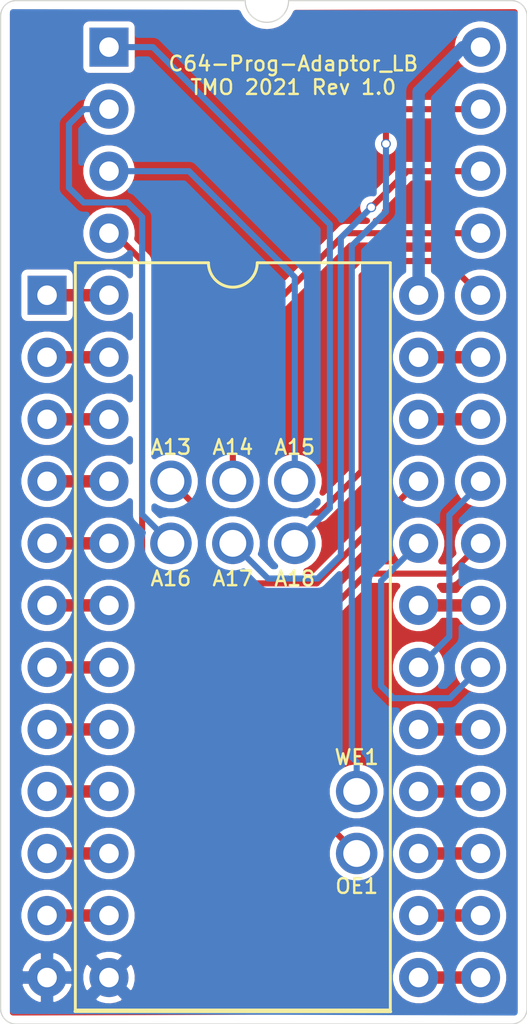
<source format=kicad_pcb>
(kicad_pcb (version 20171130) (host pcbnew "(5.1.5-0-10_14)")

  (general
    (thickness 1.6)
    (drawings 11)
    (tracks 89)
    (zones 0)
    (modules 10)
    (nets 33)
  )

  (page A4)
  (title_block
    (title C64-Prog-Adapter-LB)
    (date 2021-01-29)
    (rev 1.0)
    (company TMO)
    (comment 1 "only Long Board")
  )

  (layers
    (0 F.Cu signal)
    (31 B.Cu signal)
    (32 B.Adhes user)
    (33 F.Adhes user)
    (34 B.Paste user)
    (35 F.Paste user)
    (36 B.SilkS user)
    (37 F.SilkS user)
    (38 B.Mask user)
    (39 F.Mask user)
    (40 Dwgs.User user)
    (41 Cmts.User user)
    (42 Eco1.User user)
    (43 Eco2.User user)
    (44 Edge.Cuts user)
    (45 Margin user)
    (46 B.CrtYd user)
    (47 F.CrtYd user)
    (48 B.Fab user)
    (49 F.Fab user)
  )

  (setup
    (last_trace_width 0.25)
    (user_trace_width 0.2)
    (user_trace_width 0.508)
    (user_trace_width 0.635)
    (user_trace_width 1.27)
    (trace_clearance 0.2)
    (zone_clearance 0.254)
    (zone_45_only no)
    (trace_min 0.2)
    (via_size 0.8)
    (via_drill 0.4)
    (via_min_size 0.4)
    (via_min_drill 0.3)
    (user_via 0.4 0.3)
    (user_via 0.6 0.4)
    (uvia_size 0.3)
    (uvia_drill 0.1)
    (uvias_allowed no)
    (uvia_min_size 0.2)
    (uvia_min_drill 0.1)
    (edge_width 0.05)
    (segment_width 0.2)
    (pcb_text_width 0.3)
    (pcb_text_size 1.5 1.5)
    (mod_edge_width 0.12)
    (mod_text_size 1 1)
    (mod_text_width 0.15)
    (pad_size 1.7 1.7)
    (pad_drill 1)
    (pad_to_mask_clearance 0.051)
    (solder_mask_min_width 0.25)
    (aux_axis_origin 0 0)
    (visible_elements FFFFFF7F)
    (pcbplotparams
      (layerselection 0x010fc_ffffffff)
      (usegerberextensions false)
      (usegerberattributes true)
      (usegerberadvancedattributes false)
      (creategerberjobfile false)
      (excludeedgelayer false)
      (linewidth 0.150000)
      (plotframeref false)
      (viasonmask false)
      (mode 1)
      (useauxorigin false)
      (hpglpennumber 1)
      (hpglpenspeed 20)
      (hpglpendiameter 15.000000)
      (psnegative false)
      (psa4output false)
      (plotreference true)
      (plotvalue true)
      (plotinvisibletext false)
      (padsonsilk true)
      (subtractmaskfromsilk false)
      (outputformat 1)
      (mirror false)
      (drillshape 0)
      (scaleselection 1)
      (outputdirectory "gerber/"))
  )

  (net 0 "")
  (net 1 +5V)
  (net 2 GND)
  (net 3 /A8)
  (net 4 /D2)
  (net 5 /A9)
  (net 6 /D1)
  (net 7 /A12)
  (net 8 /D0)
  (net 9 /A0)
  (net 10 /A10)
  (net 11 /A1)
  (net 12 /A11)
  (net 13 /A2)
  (net 14 /D7)
  (net 15 /A3)
  (net 16 /D6)
  (net 17 /A4)
  (net 18 /D5)
  (net 19 /A5)
  (net 20 /D4)
  (net 21 /A6)
  (net 22 /D3)
  (net 23 /A7)
  (net 24 /A14)
  (net 25 /A13)
  (net 26 /A15)
  (net 27 /A16)
  (net 28 /A17)
  (net 29 /A18)
  (net 30 /CE)
  (net 31 /OE)
  (net 32 /WE)

  (net_class Default "Dies ist die voreingestellte Netzklasse."
    (clearance 0.2)
    (trace_width 0.25)
    (via_dia 0.8)
    (via_drill 0.4)
    (uvia_dia 0.3)
    (uvia_drill 0.1)
    (add_net +5V)
    (add_net /A0)
    (add_net /A1)
    (add_net /A10)
    (add_net /A11)
    (add_net /A12)
    (add_net /A13)
    (add_net /A14)
    (add_net /A15)
    (add_net /A16)
    (add_net /A17)
    (add_net /A18)
    (add_net /A2)
    (add_net /A3)
    (add_net /A4)
    (add_net /A5)
    (add_net /A6)
    (add_net /A7)
    (add_net /A8)
    (add_net /A9)
    (add_net /CE)
    (add_net /D0)
    (add_net /D1)
    (add_net /D2)
    (add_net /D3)
    (add_net /D4)
    (add_net /D5)
    (add_net /D6)
    (add_net /D7)
    (add_net /OE)
    (add_net /WE)
    (add_net GND)
  )

  (module footprint:DIP-32_W15.24mm_Socket_TMO (layer F.Cu) (tedit 60142BBA) (tstamp 60144CED)
    (at 116.84 40.64)
    (descr "40-lead though-hole mounted DIP package, row spacing 15.24 mm (600 mils), Socket, LongPads")
    (tags "THT DIP DIL PDIP 2.54mm 15.24mm 600mil Socket LongPads")
    (path /60049855)
    (fp_text reference U1 (at 6.56 0.16) (layer F.SilkS) hide
      (effects (font (size 1 1) (thickness 0.15)))
    )
    (fp_text value "39SF0x0A DIP-32-Socket" (at 7.62 40.6) (layer F.Fab) hide
      (effects (font (size 1 1) (thickness 0.15)))
    )
    (fp_text user %R (at 8 18.7) (layer F.Fab) hide
      (effects (font (size 1 1) (thickness 0.15)))
    )
    (fp_line (start 16.8 -1.6) (end -1.55 -1.6) (layer F.CrtYd) (width 0.05))
    (fp_line (start 16.8 39.7) (end 16.8 -1.6) (layer F.CrtYd) (width 0.05))
    (fp_line (start -1.55 39.7) (end 16.8 39.7) (layer F.CrtYd) (width 0.05))
    (fp_line (start -1.55 -1.6) (end -1.55 39.7) (layer F.CrtYd) (width 0.05))
    (fp_line (start 16.68 -1.1) (end -1.44 -1.1) (layer Dwgs.User) (width 0.12))
    (fp_line (start 16.68 39.2) (end 16.68 -1.1) (layer Dwgs.User) (width 0.12))
    (fp_line (start -1.44 39.2) (end 16.68 39.2) (layer Dwgs.User) (width 0.12))
    (fp_line (start -1.44 -1.1) (end -1.44 39.2) (layer Dwgs.User) (width 0.12))
    (fp_line (start 13.66 -1) (end 8.62 -1) (layer Dwgs.User) (width 0.12))
    (fp_line (start 13.68 39.1) (end 13.68 -1) (layer Dwgs.User) (width 0.12))
    (fp_line (start 1.56 39.1) (end 13.68 39.1) (layer Dwgs.User) (width 0.12))
    (fp_line (start 1.56 -1) (end 1.56 39.1) (layer Dwgs.User) (width 0.12))
    (fp_line (start 6.62 -1) (end 1.56 -1) (layer Dwgs.User) (width 0.12))
    (fp_line (start 16.51 -1.33) (end -1.27 -1.33) (layer F.Fab) (width 0.1))
    (fp_line (start 16.51 39.5) (end 16.51 -1.33) (layer F.Fab) (width 0.1))
    (fp_line (start -1.27 39.5) (end 16.51 39.5) (layer F.Fab) (width 0.1))
    (fp_line (start -1.27 -1.33) (end -1.27 39.5) (layer F.Fab) (width 0.1))
    (fp_line (start 0.255 -0.27) (end 1.255 -1.27) (layer F.Fab) (width 0.1))
    (fp_line (start 0.255 39.3) (end 0.255 -0.27) (layer F.Fab) (width 0.1))
    (fp_line (start 14.985 39.3) (end 0.255 39.3) (layer F.Fab) (width 0.1))
    (fp_line (start 14.985 -1.27) (end 14.985 39.3) (layer F.Fab) (width 0.1))
    (fp_line (start 1.255 -1.27) (end 14.985 -1.27) (layer F.Fab) (width 0.1))
    (fp_arc (start 7.62 -1) (end 6.62 -1) (angle -180) (layer Dwgs.User) (width 0.12))
    (pad 32 thru_hole circle (at 15.24 0) (size 1.6 1.6) (drill 0.8) (layers *.Cu *.Mask)
      (net 1 +5V))
    (pad 31 thru_hole circle (at 15.24 2.54) (size 1.6 1.6) (drill 0.8) (layers *.Cu *.Mask)
      (net 32 /WE))
    (pad 30 thru_hole circle (at 15.24 5.08) (size 1.6 1.6) (drill 0.8) (layers *.Cu *.Mask)
      (net 28 /A17))
    (pad 29 thru_hole circle (at 15.24 7.62) (size 1.6 1.6) (drill 0.8) (layers *.Cu *.Mask)
      (net 24 /A14))
    (pad 28 thru_hole circle (at 15.24 10.16) (size 1.6 1.6) (drill 0.8) (layers *.Cu *.Mask)
      (net 25 /A13))
    (pad 16 thru_hole circle (at 0 38.1) (size 1.6 1.6) (drill 0.8) (layers *.Cu *.Mask)
      (net 2 GND))
    (pad 27 thru_hole circle (at 15.24 12.7) (size 1.6 1.6) (drill 0.8) (layers *.Cu *.Mask)
      (net 3 /A8))
    (pad 15 thru_hole circle (at 0 35.56) (size 1.6 1.6) (drill 0.8) (layers *.Cu *.Mask)
      (net 4 /D2))
    (pad 26 thru_hole circle (at 15.24 15.24) (size 1.6 1.6) (drill 0.8) (layers *.Cu *.Mask)
      (net 5 /A9))
    (pad 14 thru_hole circle (at 0 33.02) (size 1.6 1.6) (drill 0.8) (layers *.Cu *.Mask)
      (net 6 /D1))
    (pad 25 thru_hole circle (at 15.24 17.78) (size 1.6 1.6) (drill 0.8) (layers *.Cu *.Mask)
      (net 12 /A11))
    (pad 13 thru_hole circle (at 0 30.48) (size 1.6 1.6) (drill 0.8) (layers *.Cu *.Mask)
      (net 8 /D0))
    (pad 24 thru_hole circle (at 15.24 20.32) (size 1.6 1.6) (drill 0.8) (layers *.Cu *.Mask)
      (net 31 /OE))
    (pad 12 thru_hole circle (at 0 27.94) (size 1.6 1.6) (drill 0.8) (layers *.Cu *.Mask)
      (net 9 /A0))
    (pad 23 thru_hole circle (at 15.24 22.86) (size 1.6 1.6) (drill 0.8) (layers *.Cu *.Mask)
      (net 10 /A10))
    (pad 11 thru_hole circle (at 0 25.4) (size 1.6 1.6) (drill 0.8) (layers *.Cu *.Mask)
      (net 11 /A1))
    (pad 22 thru_hole circle (at 15.24 25.4) (size 1.6 1.6) (drill 0.8) (layers *.Cu *.Mask)
      (net 30 /CE))
    (pad 10 thru_hole circle (at 0 22.86) (size 1.6 1.6) (drill 0.8) (layers *.Cu *.Mask)
      (net 13 /A2))
    (pad 21 thru_hole circle (at 15.24 27.94) (size 1.6 1.6) (drill 0.8) (layers *.Cu *.Mask)
      (net 14 /D7))
    (pad 9 thru_hole circle (at 0 20.32) (size 1.6 1.6) (drill 0.8) (layers *.Cu *.Mask)
      (net 15 /A3))
    (pad 20 thru_hole circle (at 15.24 30.48) (size 1.6 1.6) (drill 0.8) (layers *.Cu *.Mask)
      (net 16 /D6))
    (pad 8 thru_hole circle (at 0 17.78) (size 1.6 1.6) (drill 0.8) (layers *.Cu *.Mask)
      (net 17 /A4))
    (pad 19 thru_hole circle (at 15.24 33.02) (size 1.6 1.6) (drill 0.8) (layers *.Cu *.Mask)
      (net 18 /D5))
    (pad 7 thru_hole circle (at 0 15.24) (size 1.6 1.6) (drill 0.8) (layers *.Cu *.Mask)
      (net 19 /A5))
    (pad 18 thru_hole circle (at 15.24 35.56) (size 1.6 1.6) (drill 0.8) (layers *.Cu *.Mask)
      (net 20 /D4))
    (pad 6 thru_hole circle (at 0 12.7) (size 1.6 1.6) (drill 0.8) (layers *.Cu *.Mask)
      (net 21 /A6))
    (pad 17 thru_hole circle (at 15.24 38.1) (size 1.6 1.6) (drill 0.8) (layers *.Cu *.Mask)
      (net 22 /D3))
    (pad 5 thru_hole circle (at 0 10.16) (size 1.6 1.6) (drill 0.8) (layers *.Cu *.Mask)
      (net 23 /A7))
    (pad 4 thru_hole circle (at 0 7.62) (size 1.6 1.6) (drill 0.8) (layers *.Cu *.Mask)
      (net 7 /A12))
    (pad 3 thru_hole circle (at 0 5.08) (size 1.6 1.6) (drill 0.8) (layers *.Cu *.Mask)
      (net 26 /A15))
    (pad 2 thru_hole circle (at 0 2.54) (size 1.6 1.6) (drill 0.8) (layers *.Cu *.Mask)
      (net 27 /A16))
    (pad 1 thru_hole rect (at 0 0) (size 1.6 1.6) (drill 0.8) (layers *.Cu *.Mask)
      (net 29 /A18))
    (model ${KISYS3DMOD}/Housings_DIP.3dshapes/DIP-40_W15.24mm_Socket.wrl
      (at (xyz 0 0 0))
      (scale (xyz 1 1 1))
      (rotate (xyz 0 0 0))
    )
  )

  (module footprint:DIP-24_2332_2364_Socket (layer F.Cu) (tedit 601089EC) (tstamp 6013CAF2)
    (at 114.3 50.8)
    (descr "24-lead though-hole mounted DIP package, row spacing 15.24 mm (600 mils), Socket")
    (tags "THT DIP DIL PDIP 2.54mm 15.24mm 600mil Socket")
    (path /60046976)
    (fp_text reference J1 (at 4.1 -0.2) (layer F.SilkS) hide
      (effects (font (size 1 1) (thickness 0.15)))
    )
    (fp_text value 2364_Socket (at 7.62 30.27) (layer F.Fab) hide
      (effects (font (size 1 1) (thickness 0.15)))
    )
    (fp_text user %R (at 7.62 13.97) (layer F.Fab) hide
      (effects (font (size 1 1) (thickness 0.15)))
    )
    (fp_line (start 16.8 -1.6) (end -1.55 -1.6) (layer F.CrtYd) (width 0.05))
    (fp_line (start 16.8 29.55) (end 16.8 -1.6) (layer F.CrtYd) (width 0.05))
    (fp_line (start -1.55 29.55) (end 16.8 29.55) (layer F.CrtYd) (width 0.05))
    (fp_line (start -1.55 -1.6) (end -1.55 29.55) (layer F.CrtYd) (width 0.05))
    (fp_line (start 1.143 29.33) (end 14.097 29.337) (layer F.SilkS) (width 0.12))
    (fp_line (start 14.08 -1.33) (end 8.62 -1.33) (layer F.SilkS) (width 0.12))
    (fp_line (start 14.08 29.27) (end 14.08 -1.33) (layer F.SilkS) (width 0.12))
    (fp_line (start 1.16 29.27) (end 14.08 29.27) (layer F.SilkS) (width 0.12))
    (fp_line (start 1.16 -1.33) (end 1.16 29.27) (layer F.SilkS) (width 0.12))
    (fp_line (start 6.62 -1.33) (end 1.16 -1.33) (layer F.SilkS) (width 0.12))
    (fp_line (start 16.51 -1.33) (end -1.27 -1.33) (layer F.Fab) (width 0.1))
    (fp_line (start 16.51 29.27) (end 16.51 -1.33) (layer F.Fab) (width 0.1))
    (fp_line (start -1.27 29.27) (end 16.51 29.27) (layer F.Fab) (width 0.1))
    (fp_line (start -1.27 -1.33) (end -1.27 29.27) (layer F.Fab) (width 0.1))
    (fp_line (start 0.255 -0.27) (end 1.255 -1.27) (layer F.Fab) (width 0.1))
    (fp_line (start 0.255 29.21) (end 0.255 -0.27) (layer F.Fab) (width 0.1))
    (fp_line (start 14.985 29.21) (end 0.255 29.21) (layer F.Fab) (width 0.1))
    (fp_line (start 14.985 -1.27) (end 14.985 29.21) (layer F.Fab) (width 0.1))
    (fp_line (start 1.255 -1.27) (end 14.986 -1.27) (layer F.Fab) (width 0.1))
    (fp_arc (start 7.62 -1.33) (end 6.62 -1.33) (angle -180) (layer F.SilkS) (width 0.12))
    (pad 24 thru_hole oval (at 15.24 0) (size 1.6 1.6) (drill 0.8) (layers *.Cu *.Mask)
      (net 1 +5V))
    (pad 12 thru_hole oval (at 0 27.94) (size 1.6 1.6) (drill 0.8) (layers *.Cu *.Mask)
      (net 2 GND))
    (pad 23 thru_hole oval (at 15.24 2.54) (size 1.6 1.6) (drill 0.8) (layers *.Cu *.Mask)
      (net 3 /A8))
    (pad 11 thru_hole oval (at 0 25.4) (size 1.6 1.6) (drill 0.8) (layers *.Cu *.Mask)
      (net 4 /D2))
    (pad 22 thru_hole oval (at 15.24 5.08) (size 1.6 1.6) (drill 0.8) (layers *.Cu *.Mask)
      (net 5 /A9))
    (pad 10 thru_hole oval (at 0 22.86) (size 1.6 1.6) (drill 0.8) (layers *.Cu *.Mask)
      (net 6 /D1))
    (pad 21 thru_hole oval (at 15.24 7.62) (size 1.6 1.6) (drill 0.8) (layers *.Cu *.Mask)
      (net 7 /A12))
    (pad 9 thru_hole oval (at 0 20.32) (size 1.6 1.6) (drill 0.8) (layers *.Cu *.Mask)
      (net 8 /D0))
    (pad 20 thru_hole oval (at 15.24 10.16) (size 1.6 1.6) (drill 0.8) (layers *.Cu *.Mask)
      (net 30 /CE))
    (pad 8 thru_hole oval (at 0 17.78) (size 1.6 1.6) (drill 0.8) (layers *.Cu *.Mask)
      (net 9 /A0))
    (pad 19 thru_hole oval (at 15.24 12.7) (size 1.6 1.6) (drill 0.8) (layers *.Cu *.Mask)
      (net 10 /A10))
    (pad 7 thru_hole oval (at 0 15.24) (size 1.6 1.6) (drill 0.8) (layers *.Cu *.Mask)
      (net 11 /A1))
    (pad 18 thru_hole oval (at 15.24 15.24) (size 1.6 1.6) (drill 0.8) (layers *.Cu *.Mask)
      (net 12 /A11))
    (pad 6 thru_hole oval (at 0 12.7) (size 1.6 1.6) (drill 0.8) (layers *.Cu *.Mask)
      (net 13 /A2))
    (pad 17 thru_hole oval (at 15.24 17.78) (size 1.6 1.6) (drill 0.8) (layers *.Cu *.Mask)
      (net 14 /D7))
    (pad 5 thru_hole oval (at 0 10.16) (size 1.6 1.6) (drill 0.8) (layers *.Cu *.Mask)
      (net 15 /A3))
    (pad 16 thru_hole oval (at 15.24 20.32) (size 1.6 1.6) (drill 0.8) (layers *.Cu *.Mask)
      (net 16 /D6))
    (pad 4 thru_hole oval (at 0 7.62) (size 1.6 1.6) (drill 0.8) (layers *.Cu *.Mask)
      (net 17 /A4))
    (pad 15 thru_hole oval (at 15.24 22.86) (size 1.6 1.6) (drill 0.8) (layers *.Cu *.Mask)
      (net 18 /D5))
    (pad 3 thru_hole oval (at 0 5.08) (size 1.6 1.6) (drill 0.8) (layers *.Cu *.Mask)
      (net 19 /A5))
    (pad 14 thru_hole oval (at 15.24 25.4) (size 1.6 1.6) (drill 0.8) (layers *.Cu *.Mask)
      (net 20 /D4))
    (pad 2 thru_hole oval (at 0 2.54) (size 1.6 1.6) (drill 0.8) (layers *.Cu *.Mask)
      (net 21 /A6))
    (pad 13 thru_hole oval (at 15.24 27.94) (size 1.6 1.6) (drill 0.8) (layers *.Cu *.Mask)
      (net 22 /D3))
    (pad 1 thru_hole rect (at 0 0) (size 1.6 1.6) (drill 0.8) (layers *.Cu *.Mask)
      (net 23 /A7))
    (model ${KISYS3DMOD}/Housings_DIP.3dshapes/DIP-24_W15.24mm_Socket.wrl
      (at (xyz 0 0 0))
      (scale (xyz 1 1 1))
      (rotate (xyz 0 0 0))
    )
  )

  (module footprint:Pin_Header_Straight_1x01_Pitch2.54mm_dia1.10mm_TMO (layer F.Cu) (tedit 60143660) (tstamp 60145886)
    (at 119.38 58.42)
    (descr "Through hole straight pin header, 1x01, 2.54mm pitch, single row")
    (tags "Through hole pin header THT 1x01 2.54mm single row")
    (path /6015CB7A)
    (fp_text reference A13 (at 0 -1.4) (layer F.SilkS)
      (effects (font (size 0.6 0.6) (thickness 0.1)))
    )
    (fp_text value Conn_01x01_Female (at 0 2.5) (layer F.Fab) hide
      (effects (font (size 1 1) (thickness 0.15)))
    )
    (fp_text user %R (at 0 0 90) (layer F.Fab) hide
      (effects (font (size 1 1) (thickness 0.15)))
    )
    (pad 1 thru_hole circle (at 0 0) (size 1.7 1.7) (drill 1.1) (layers *.Cu *.Mask)
      (net 25 /A13))
    (model ${KISYS3DMOD}/Pin_Headers.3dshapes/Pin_Header_Straight_1x01_Pitch2.54mm.wrl
      (at (xyz 0 0 0))
      (scale (xyz 1 1 1))
      (rotate (xyz 0 0 0))
    )
  )

  (module footprint:Pin_Header_Straight_1x01_Pitch2.54mm_dia1.10mm_TMO (layer F.Cu) (tedit 60143660) (tstamp 6014588B)
    (at 121.92 58.42)
    (descr "Through hole straight pin header, 1x01, 2.54mm pitch, single row")
    (tags "Through hole pin header THT 1x01 2.54mm single row")
    (path /6015C895)
    (fp_text reference A14 (at 0 -1.4) (layer F.SilkS)
      (effects (font (size 0.6 0.6) (thickness 0.1)))
    )
    (fp_text value Conn_01x01_Female (at 0 2.5) (layer F.Fab) hide
      (effects (font (size 1 1) (thickness 0.15)))
    )
    (fp_text user %R (at 0 0 90) (layer F.Fab) hide
      (effects (font (size 1 1) (thickness 0.15)))
    )
    (pad 1 thru_hole circle (at 0 0) (size 1.7 1.7) (drill 1.1) (layers *.Cu *.Mask)
      (net 24 /A14))
    (model ${KISYS3DMOD}/Pin_Headers.3dshapes/Pin_Header_Straight_1x01_Pitch2.54mm.wrl
      (at (xyz 0 0 0))
      (scale (xyz 1 1 1))
      (rotate (xyz 0 0 0))
    )
  )

  (module footprint:Pin_Header_Straight_1x01_Pitch2.54mm_dia1.10mm_TMO (layer F.Cu) (tedit 60143660) (tstamp 60145890)
    (at 124.46 58.42)
    (descr "Through hole straight pin header, 1x01, 2.54mm pitch, single row")
    (tags "Through hole pin header THT 1x01 2.54mm single row")
    (path /6015C508)
    (fp_text reference A15 (at 0 -1.4) (layer F.SilkS)
      (effects (font (size 0.6 0.6) (thickness 0.1)))
    )
    (fp_text value Conn_01x01_Female (at 0 2.5) (layer F.Fab) hide
      (effects (font (size 1 1) (thickness 0.15)))
    )
    (fp_text user %R (at 0 0 90) (layer F.Fab) hide
      (effects (font (size 1 1) (thickness 0.15)))
    )
    (pad 1 thru_hole circle (at 0 0) (size 1.7 1.7) (drill 1.1) (layers *.Cu *.Mask)
      (net 26 /A15))
    (model ${KISYS3DMOD}/Pin_Headers.3dshapes/Pin_Header_Straight_1x01_Pitch2.54mm.wrl
      (at (xyz 0 0 0))
      (scale (xyz 1 1 1))
      (rotate (xyz 0 0 0))
    )
  )

  (module footprint:Pin_Header_Straight_1x01_Pitch2.54mm_dia1.10mm_TMO (layer F.Cu) (tedit 60143660) (tstamp 60145895)
    (at 119.38 60.96)
    (descr "Through hole straight pin header, 1x01, 2.54mm pitch, single row")
    (tags "Through hole pin header THT 1x01 2.54mm single row")
    (path /6015C20E)
    (fp_text reference A16 (at 0 1.44) (layer F.SilkS)
      (effects (font (size 0.6 0.6) (thickness 0.1)))
    )
    (fp_text value Conn_01x01_Female (at 0 2.5) (layer F.Fab) hide
      (effects (font (size 1 1) (thickness 0.15)))
    )
    (fp_text user %R (at 0 0 90) (layer F.Fab) hide
      (effects (font (size 1 1) (thickness 0.15)))
    )
    (pad 1 thru_hole circle (at 0 0) (size 1.7 1.7) (drill 1.1) (layers *.Cu *.Mask)
      (net 27 /A16))
    (model ${KISYS3DMOD}/Pin_Headers.3dshapes/Pin_Header_Straight_1x01_Pitch2.54mm.wrl
      (at (xyz 0 0 0))
      (scale (xyz 1 1 1))
      (rotate (xyz 0 0 0))
    )
  )

  (module footprint:Pin_Header_Straight_1x01_Pitch2.54mm_dia1.10mm_TMO (layer F.Cu) (tedit 60143660) (tstamp 6014589A)
    (at 121.92 60.96)
    (descr "Through hole straight pin header, 1x01, 2.54mm pitch, single row")
    (tags "Through hole pin header THT 1x01 2.54mm single row")
    (path /6015B6CB)
    (fp_text reference A17 (at 0 1.44) (layer F.SilkS)
      (effects (font (size 0.6 0.6) (thickness 0.1)))
    )
    (fp_text value Conn_01x01_Female (at 0 2.5) (layer F.Fab) hide
      (effects (font (size 1 1) (thickness 0.15)))
    )
    (fp_text user %R (at 0 0 90) (layer F.Fab) hide
      (effects (font (size 1 1) (thickness 0.15)))
    )
    (pad 1 thru_hole circle (at 0 0) (size 1.7 1.7) (drill 1.1) (layers *.Cu *.Mask)
      (net 28 /A17))
    (model ${KISYS3DMOD}/Pin_Headers.3dshapes/Pin_Header_Straight_1x01_Pitch2.54mm.wrl
      (at (xyz 0 0 0))
      (scale (xyz 1 1 1))
      (rotate (xyz 0 0 0))
    )
  )

  (module footprint:Pin_Header_Straight_1x01_Pitch2.54mm_dia1.10mm_TMO (layer F.Cu) (tedit 60143660) (tstamp 6014589F)
    (at 124.46 60.96)
    (descr "Through hole straight pin header, 1x01, 2.54mm pitch, single row")
    (tags "Through hole pin header THT 1x01 2.54mm single row")
    (path /6015AC16)
    (fp_text reference A18 (at 0 1.44) (layer F.SilkS)
      (effects (font (size 0.6 0.6) (thickness 0.1)))
    )
    (fp_text value Conn_01x01_Female (at 0 2.5) (layer F.Fab) hide
      (effects (font (size 1 1) (thickness 0.15)))
    )
    (fp_text user %R (at 0 0 90) (layer F.Fab) hide
      (effects (font (size 1 1) (thickness 0.15)))
    )
    (pad 1 thru_hole circle (at 0 0) (size 1.7 1.7) (drill 1.1) (layers *.Cu *.Mask)
      (net 29 /A18))
    (model ${KISYS3DMOD}/Pin_Headers.3dshapes/Pin_Header_Straight_1x01_Pitch2.54mm.wrl
      (at (xyz 0 0 0))
      (scale (xyz 1 1 1))
      (rotate (xyz 0 0 0))
    )
  )

  (module footprint:Pin_Header_Straight_1x01_Pitch2.54mm_dia1.10mm_TMO (layer F.Cu) (tedit 60143660) (tstamp 601458A4)
    (at 127 73.66)
    (descr "Through hole straight pin header, 1x01, 2.54mm pitch, single row")
    (tags "Through hole pin header THT 1x01 2.54mm single row")
    (path /601788AB)
    (fp_text reference OE1 (at 0 1.34) (layer F.SilkS)
      (effects (font (size 0.6 0.6) (thickness 0.1)))
    )
    (fp_text value Conn_01x01_Female (at 0 2.5) (layer F.Fab) hide
      (effects (font (size 1 1) (thickness 0.15)))
    )
    (fp_text user %R (at 0 0 90) (layer F.Fab) hide
      (effects (font (size 1 1) (thickness 0.15)))
    )
    (pad 1 thru_hole circle (at 0 0) (size 1.7 1.7) (drill 1.1) (layers *.Cu *.Mask)
      (net 31 /OE))
    (model ${KISYS3DMOD}/Pin_Headers.3dshapes/Pin_Header_Straight_1x01_Pitch2.54mm.wrl
      (at (xyz 0 0 0))
      (scale (xyz 1 1 1))
      (rotate (xyz 0 0 0))
    )
  )

  (module footprint:Pin_Header_Straight_1x01_Pitch2.54mm_dia1.10mm_TMO (layer F.Cu) (tedit 60143660) (tstamp 601458A9)
    (at 127 71.12)
    (descr "Through hole straight pin header, 1x01, 2.54mm pitch, single row")
    (tags "Through hole pin header THT 1x01 2.54mm single row")
    (path /60179070)
    (fp_text reference WE1 (at 0 -1.4) (layer F.SilkS)
      (effects (font (size 0.6 0.6) (thickness 0.1)))
    )
    (fp_text value Conn_01x01_Female (at 0 2.5) (layer F.Fab) hide
      (effects (font (size 1 1) (thickness 0.15)))
    )
    (fp_text user %R (at 0 0 90) (layer F.Fab) hide
      (effects (font (size 1 1) (thickness 0.15)))
    )
    (pad 1 thru_hole circle (at 0 0) (size 1.7 1.7) (drill 1.1) (layers *.Cu *.Mask)
      (net 32 /WE))
    (model ${KISYS3DMOD}/Pin_Headers.3dshapes/Pin_Header_Straight_1x01_Pitch2.54mm.wrl
      (at (xyz 0 0 0))
      (scale (xyz 1 1 1))
      (rotate (xyz 0 0 0))
    )
  )

  (gr_text "C64-Prog-Adaptor_LB\nTMO 2021 Rev 1.0" (at 124.4 41.8) (layer F.SilkS) (tstamp 600776CE)
    (effects (font (size 0.6 0.6) (thickness 0.1)))
  )
  (gr_line (start 124.206 38.735) (end 133.35 38.735) (layer Edge.Cuts) (width 0.05) (tstamp 60111204))
  (gr_arc (start 123.317 38.735) (end 122.428 38.735) (angle -180) (layer Edge.Cuts) (width 0.05))
  (gr_arc (start 133.35 80.01) (end 133.35 80.645) (angle -90) (layer Edge.Cuts) (width 0.05))
  (gr_arc (start 113.03 80.01) (end 112.395 80.01) (angle -90) (layer Edge.Cuts) (width 0.05))
  (gr_arc (start 113.03 39.37) (end 113.03 38.735) (angle -90) (layer Edge.Cuts) (width 0.05))
  (gr_arc (start 133.35 39.37) (end 133.985 39.37) (angle -90) (layer Edge.Cuts) (width 0.05))
  (gr_line (start 112.395 80.01) (end 112.395 39.37) (layer Edge.Cuts) (width 0.05) (tstamp 6005FBA9))
  (gr_line (start 133.35 80.645) (end 113.03 80.645) (layer Edge.Cuts) (width 0.05))
  (gr_line (start 133.985 39.37) (end 133.985 80.01) (layer Edge.Cuts) (width 0.05) (tstamp 60144153))
  (gr_line (start 113.03 38.735) (end 122.428 38.735) (layer Edge.Cuts) (width 0.05))

  (segment (start 129.54 42.46) (end 129.54 50.8) (width 0.508) (layer B.Cu) (net 1))
  (segment (start 131.36 40.64) (end 129.54 42.46) (width 0.508) (layer B.Cu) (net 1))
  (segment (start 132.08 40.64) (end 131.36 40.64) (width 0.508) (layer B.Cu) (net 1))
  (segment (start 129.54 53.34) (end 132.08 53.34) (width 0.508) (layer F.Cu) (net 3))
  (segment (start 114.3 76.2) (end 116.84 76.2) (width 0.508) (layer F.Cu) (net 4))
  (segment (start 129.54 55.88) (end 132.08 55.88) (width 0.508) (layer F.Cu) (net 5))
  (segment (start 114.3 73.66) (end 116.84 73.66) (width 0.508) (layer F.Cu) (net 6))
  (segment (start 117.06 48.26) (end 116.84 48.26) (width 0.25) (layer F.Cu) (net 7))
  (segment (start 125.36 62.6) (end 118.8 62.6) (width 0.25) (layer F.Cu) (net 7))
  (segment (start 118.2 49.4) (end 117.06 48.26) (width 0.25) (layer F.Cu) (net 7))
  (segment (start 118.2 62) (end 118.2 49.4) (width 0.25) (layer F.Cu) (net 7))
  (segment (start 118.8 62.6) (end 118.2 62) (width 0.25) (layer F.Cu) (net 7))
  (segment (start 129.54 58.42) (end 125.36 62.6) (width 0.25) (layer F.Cu) (net 7))
  (segment (start 114.3 71.12) (end 116.84 71.12) (width 0.508) (layer F.Cu) (net 8))
  (segment (start 114.3 68.58) (end 116.84 68.58) (width 0.508) (layer F.Cu) (net 9))
  (segment (start 129.54 63.5) (end 132.08 63.5) (width 0.508) (layer F.Cu) (net 10))
  (segment (start 114.3 66.04) (end 116.84 66.04) (width 0.508) (layer F.Cu) (net 11))
  (segment (start 130.8 64.78) (end 130.339999 65.240001) (width 0.25) (layer B.Cu) (net 12))
  (segment (start 130.8 59.8) (end 130.8 64.78) (width 0.25) (layer B.Cu) (net 12))
  (segment (start 130.339999 65.240001) (end 129.54 66.04) (width 0.25) (layer B.Cu) (net 12))
  (segment (start 132.08 58.52) (end 130.8 59.8) (width 0.25) (layer B.Cu) (net 12))
  (segment (start 132.08 58.42) (end 132.08 58.52) (width 0.25) (layer B.Cu) (net 12))
  (segment (start 114.3 63.5) (end 116.84 63.5) (width 0.508) (layer F.Cu) (net 13))
  (segment (start 129.54 68.58) (end 132.08 68.58) (width 0.508) (layer F.Cu) (net 14))
  (segment (start 114.3 60.96) (end 116.84 60.96) (width 0.508) (layer F.Cu) (net 15))
  (segment (start 129.54 71.12) (end 132.08 71.12) (width 0.508) (layer F.Cu) (net 16))
  (segment (start 114.3 58.42) (end 116.84 58.42) (width 0.508) (layer F.Cu) (net 17))
  (segment (start 129.54 73.66) (end 132.08 73.66) (width 0.508) (layer F.Cu) (net 18))
  (segment (start 114.3 55.88) (end 116.84 55.88) (width 0.508) (layer F.Cu) (net 19))
  (segment (start 129.54 76.2) (end 132.08 76.2) (width 0.508) (layer F.Cu) (net 20))
  (segment (start 114.3 53.34) (end 116.84 53.34) (width 0.508) (layer F.Cu) (net 21))
  (segment (start 129.54 78.74) (end 132.08 78.74) (width 0.508) (layer F.Cu) (net 22))
  (segment (start 114.3 50.8) (end 116.84 50.8) (width 0.508) (layer F.Cu) (net 23))
  (segment (start 121.92 58.42) (end 121.92 52.88) (width 0.25) (layer F.Cu) (net 24))
  (segment (start 126.54 48.26) (end 132.08 48.26) (width 0.25) (layer F.Cu) (net 24))
  (segment (start 121.92 52.88) (end 126.54 48.26) (width 0.25) (layer F.Cu) (net 24))
  (segment (start 130.68 49.4) (end 132.08 50.8) (width 0.25) (layer F.Cu) (net 25))
  (segment (start 127.2 50) (end 127.8 49.4) (width 0.25) (layer F.Cu) (net 25))
  (segment (start 125.5 59.7) (end 127.2 58) (width 0.25) (layer F.Cu) (net 25))
  (segment (start 127.8 49.4) (end 130.68 49.4) (width 0.25) (layer F.Cu) (net 25))
  (segment (start 127.2 58) (end 127.2 50) (width 0.25) (layer F.Cu) (net 25))
  (segment (start 120.66 59.7) (end 125.5 59.7) (width 0.25) (layer F.Cu) (net 25))
  (segment (start 119.38 58.42) (end 120.66 59.7) (width 0.25) (layer F.Cu) (net 25))
  (segment (start 124.46 58.42) (end 124.46 50.06) (width 0.25) (layer B.Cu) (net 26))
  (segment (start 120.12 45.72) (end 116.84 45.72) (width 0.25) (layer B.Cu) (net 26))
  (segment (start 124.46 50.06) (end 120.12 45.72) (width 0.25) (layer B.Cu) (net 26))
  (segment (start 115.2 43.8) (end 115.82 43.18) (width 0.25) (layer B.Cu) (net 27))
  (segment (start 115.2 46.4) (end 115.2 43.8) (width 0.25) (layer B.Cu) (net 27))
  (segment (start 118.2 47.6) (end 117.6 47) (width 0.25) (layer B.Cu) (net 27))
  (segment (start 115.8 47) (end 115.2 46.4) (width 0.25) (layer B.Cu) (net 27))
  (segment (start 117.6 47) (end 115.8 47) (width 0.25) (layer B.Cu) (net 27))
  (segment (start 118.2 59.78) (end 118.2 47.6) (width 0.25) (layer B.Cu) (net 27))
  (segment (start 115.82 43.18) (end 116.84 43.18) (width 0.25) (layer B.Cu) (net 27))
  (segment (start 119.38 60.96) (end 118.2 59.78) (width 0.25) (layer B.Cu) (net 27))
  (via (at 127.6 47.2) (size 0.4) (drill 0.3) (layers F.Cu B.Cu) (net 28))
  (segment (start 129.08 45.72) (end 127.6 47.2) (width 0.25) (layer F.Cu) (net 28))
  (segment (start 132.08 45.72) (end 129.08 45.72) (width 0.25) (layer F.Cu) (net 28))
  (segment (start 126.349989 61.450011) (end 126.349989 48.450011) (width 0.25) (layer B.Cu) (net 28))
  (segment (start 126.349989 48.450011) (end 127.400001 47.399999) (width 0.25) (layer B.Cu) (net 28))
  (segment (start 127.400001 47.399999) (end 127.6 47.2) (width 0.25) (layer B.Cu) (net 28))
  (segment (start 123.36 62.4) (end 125.4 62.4) (width 0.25) (layer B.Cu) (net 28))
  (segment (start 121.92 60.96) (end 123.36 62.4) (width 0.25) (layer B.Cu) (net 28))
  (segment (start 125.4 62.4) (end 126.349989 61.450011) (width 0.25) (layer B.Cu) (net 28))
  (segment (start 118.64 40.64) (end 123 45) (width 0.25) (layer B.Cu) (net 29))
  (segment (start 116.84 40.64) (end 118.64 40.64) (width 0.25) (layer B.Cu) (net 29))
  (segment (start 123 45) (end 122.146936 44.146936) (width 0.25) (layer B.Cu) (net 29))
  (segment (start 124.46 60.96) (end 125.899978 59.520022) (width 0.25) (layer B.Cu) (net 29))
  (segment (start 125.899978 47.899978) (end 123 45) (width 0.25) (layer B.Cu) (net 29))
  (segment (start 125.899978 59.520022) (end 125.899978 47.899978) (width 0.25) (layer B.Cu) (net 29))
  (segment (start 130.82 67.3) (end 132.08 66.04) (width 0.25) (layer B.Cu) (net 30))
  (segment (start 128 66.8) (end 128.5 67.3) (width 0.25) (layer B.Cu) (net 30))
  (segment (start 128.5 67.3) (end 130.82 67.3) (width 0.25) (layer B.Cu) (net 30))
  (segment (start 128 62.5) (end 128 66.8) (width 0.25) (layer B.Cu) (net 30))
  (segment (start 129.54 60.96) (end 128 62.5) (width 0.25) (layer B.Cu) (net 30))
  (segment (start 131.280001 61.759999) (end 132.08 60.96) (width 0.25) (layer F.Cu) (net 31))
  (segment (start 130.84 62.2) (end 131.280001 61.759999) (width 0.25) (layer F.Cu) (net 31))
  (segment (start 127.4 62.2) (end 130.84 62.2) (width 0.25) (layer F.Cu) (net 31))
  (segment (start 125.4 64.2) (end 127.4 62.2) (width 0.25) (layer F.Cu) (net 31))
  (segment (start 125.4 72.06) (end 125.4 64.2) (width 0.25) (layer F.Cu) (net 31))
  (segment (start 127 73.66) (end 125.4 72.06) (width 0.25) (layer F.Cu) (net 31))
  (via (at 128.2 44.6) (size 0.4) (drill 0.3) (layers F.Cu B.Cu) (net 32))
  (segment (start 128.2 44.6) (end 128.2 43.8) (width 0.25) (layer F.Cu) (net 32))
  (segment (start 128.82 43.18) (end 132.08 43.18) (width 0.25) (layer F.Cu) (net 32))
  (segment (start 128.2 43.8) (end 128.82 43.18) (width 0.25) (layer F.Cu) (net 32))
  (segment (start 128.2 47.377002) (end 128.2 44.6) (width 0.25) (layer B.Cu) (net 32))
  (segment (start 126.8 48.777002) (end 128.2 47.377002) (width 0.25) (layer B.Cu) (net 32))
  (segment (start 126.8 69.717919) (end 126.8 48.777002) (width 0.25) (layer B.Cu) (net 32))
  (segment (start 127 71.12) (end 127 69.917919) (width 0.25) (layer B.Cu) (net 32))
  (segment (start 127 69.917919) (end 126.8 69.717919) (width 0.25) (layer B.Cu) (net 32))

  (zone (net 2) (net_name GND) (layer B.Cu) (tstamp 6016CEA2) (hatch edge 0.508)
    (connect_pads (clearance 0.254))
    (min_thickness 0.254)
    (fill yes (arc_segments 32) (thermal_gap 0.254) (thermal_bridge_width 0.508))
    (polygon
      (pts
        (xy 133.604 80.29575) (xy 112.776 80.23225) (xy 112.776 39.08425) (xy 133.604 39.14775)
      )
    )
    (filled_polygon
      (pts
        (xy 122.126515 39.239758) (xy 122.127406 39.241837) (xy 122.141412 39.275817) (xy 122.144106 39.280801) (xy 122.144108 39.280806)
        (xy 122.144111 39.28081) (xy 122.227693 39.432847) (xy 122.248499 39.463234) (xy 122.268847 39.49386) (xy 122.27246 39.498228)
        (xy 122.383985 39.631138) (xy 122.410306 39.656914) (xy 122.436205 39.682994) (xy 122.440598 39.686578) (xy 122.575815 39.795294)
        (xy 122.606607 39.815444) (xy 122.637113 39.83602) (xy 122.642118 39.838682) (xy 122.795877 39.919065) (xy 122.83004 39.932868)
        (xy 122.863917 39.947108) (xy 122.869338 39.948745) (xy 122.869345 39.948748) (xy 122.869352 39.948749) (xy 123.035787 39.997734)
        (xy 123.071957 40.004634) (xy 123.107979 40.012028) (xy 123.113619 40.012582) (xy 123.113621 40.012582) (xy 123.286409 40.028307)
        (xy 123.323206 40.02805) (xy 123.360003 40.028307) (xy 123.365645 40.027754) (xy 123.538196 40.009618) (xy 123.574262 40.002215)
        (xy 123.610388 39.995323) (xy 123.615815 39.993685) (xy 123.781558 39.942379) (xy 123.815521 39.928102) (xy 123.849599 39.914334)
        (xy 123.8546 39.911676) (xy 123.854604 39.911674) (xy 123.854607 39.911672) (xy 124.007225 39.829151) (xy 124.037737 39.808571)
        (xy 124.068522 39.788426) (xy 124.07291 39.784847) (xy 124.072916 39.784843) (xy 124.072921 39.784838) (xy 124.206601 39.674249)
        (xy 124.232553 39.648116) (xy 124.258821 39.622392) (xy 124.26243 39.61803) (xy 124.262435 39.618025) (xy 124.262439 39.61802)
        (xy 124.372094 39.483569) (xy 124.392478 39.452889) (xy 124.413247 39.422557) (xy 124.415941 39.417575) (xy 124.415944 39.417571)
        (xy 124.415946 39.417567) (xy 124.497398 39.264377) (xy 124.504557 39.247008) (xy 133.477 39.274363) (xy 133.477 80.168363)
        (xy 112.903 80.105637) (xy 112.903 79.049114) (xy 113.160171 79.049114) (xy 113.180527 79.116239) (xy 113.275438 79.327408)
        (xy 113.409722 79.516003) (xy 113.578219 79.674777) (xy 113.774454 79.797628) (xy 113.990885 79.879835) (xy 114.173 79.818908)
        (xy 114.173 78.867) (xy 114.427 78.867) (xy 114.427 79.818908) (xy 114.609115 79.879835) (xy 114.825546 79.797628)
        (xy 115.021781 79.674777) (xy 115.105019 79.596342) (xy 116.163263 79.596342) (xy 116.249218 79.769207) (xy 116.461358 79.864687)
        (xy 116.688048 79.916945) (xy 116.920578 79.923975) (xy 117.150012 79.885505) (xy 117.367532 79.803014) (xy 117.430782 79.769207)
        (xy 117.516737 79.596342) (xy 116.84 78.919605) (xy 116.163263 79.596342) (xy 115.105019 79.596342) (xy 115.190278 79.516003)
        (xy 115.324562 79.327408) (xy 115.419473 79.116239) (xy 115.439829 79.049114) (xy 115.378297 78.867) (xy 114.427 78.867)
        (xy 114.173 78.867) (xy 113.221703 78.867) (xy 113.160171 79.049114) (xy 112.903 79.049114) (xy 112.903 78.820578)
        (xy 115.656025 78.820578) (xy 115.694495 79.050012) (xy 115.776986 79.267532) (xy 115.810793 79.330782) (xy 115.983658 79.416737)
        (xy 116.660395 78.74) (xy 117.019605 78.74) (xy 117.696342 79.416737) (xy 117.869207 79.330782) (xy 117.964687 79.118642)
        (xy 118.016945 78.891952) (xy 118.023975 78.659422) (xy 118.017983 78.623682) (xy 128.359 78.623682) (xy 128.359 78.856318)
        (xy 128.404386 79.084485) (xy 128.493412 79.299413) (xy 128.622658 79.492843) (xy 128.787157 79.657342) (xy 128.980587 79.786588)
        (xy 129.195515 79.875614) (xy 129.423682 79.921) (xy 129.656318 79.921) (xy 129.884485 79.875614) (xy 130.099413 79.786588)
        (xy 130.292843 79.657342) (xy 130.457342 79.492843) (xy 130.586588 79.299413) (xy 130.675614 79.084485) (xy 130.721 78.856318)
        (xy 130.721 78.623682) (xy 130.899 78.623682) (xy 130.899 78.856318) (xy 130.944386 79.084485) (xy 131.033412 79.299413)
        (xy 131.162658 79.492843) (xy 131.327157 79.657342) (xy 131.520587 79.786588) (xy 131.735515 79.875614) (xy 131.963682 79.921)
        (xy 132.196318 79.921) (xy 132.424485 79.875614) (xy 132.639413 79.786588) (xy 132.832843 79.657342) (xy 132.997342 79.492843)
        (xy 133.126588 79.299413) (xy 133.215614 79.084485) (xy 133.261 78.856318) (xy 133.261 78.623682) (xy 133.215614 78.395515)
        (xy 133.126588 78.180587) (xy 132.997342 77.987157) (xy 132.832843 77.822658) (xy 132.639413 77.693412) (xy 132.424485 77.604386)
        (xy 132.196318 77.559) (xy 131.963682 77.559) (xy 131.735515 77.604386) (xy 131.520587 77.693412) (xy 131.327157 77.822658)
        (xy 131.162658 77.987157) (xy 131.033412 78.180587) (xy 130.944386 78.395515) (xy 130.899 78.623682) (xy 130.721 78.623682)
        (xy 130.675614 78.395515) (xy 130.586588 78.180587) (xy 130.457342 77.987157) (xy 130.292843 77.822658) (xy 130.099413 77.693412)
        (xy 129.884485 77.604386) (xy 129.656318 77.559) (xy 129.423682 77.559) (xy 129.195515 77.604386) (xy 128.980587 77.693412)
        (xy 128.787157 77.822658) (xy 128.622658 77.987157) (xy 128.493412 78.180587) (xy 128.404386 78.395515) (xy 128.359 78.623682)
        (xy 118.017983 78.623682) (xy 117.985505 78.429988) (xy 117.903014 78.212468) (xy 117.869207 78.149218) (xy 117.696342 78.063263)
        (xy 117.019605 78.74) (xy 116.660395 78.74) (xy 115.983658 78.063263) (xy 115.810793 78.149218) (xy 115.715313 78.361358)
        (xy 115.663055 78.588048) (xy 115.656025 78.820578) (xy 112.903 78.820578) (xy 112.903 78.430886) (xy 113.160171 78.430886)
        (xy 113.221703 78.613) (xy 114.173 78.613) (xy 114.173 77.661092) (xy 114.427 77.661092) (xy 114.427 78.613)
        (xy 115.378297 78.613) (xy 115.439829 78.430886) (xy 115.419473 78.363761) (xy 115.324562 78.152592) (xy 115.190278 77.963997)
        (xy 115.10502 77.883658) (xy 116.163263 77.883658) (xy 116.84 78.560395) (xy 117.516737 77.883658) (xy 117.430782 77.710793)
        (xy 117.218642 77.615313) (xy 116.991952 77.563055) (xy 116.759422 77.556025) (xy 116.529988 77.594495) (xy 116.312468 77.676986)
        (xy 116.249218 77.710793) (xy 116.163263 77.883658) (xy 115.10502 77.883658) (xy 115.021781 77.805223) (xy 114.825546 77.682372)
        (xy 114.609115 77.600165) (xy 114.427 77.661092) (xy 114.173 77.661092) (xy 113.990885 77.600165) (xy 113.774454 77.682372)
        (xy 113.578219 77.805223) (xy 113.409722 77.963997) (xy 113.275438 78.152592) (xy 113.180527 78.363761) (xy 113.160171 78.430886)
        (xy 112.903 78.430886) (xy 112.903 76.083682) (xy 113.119 76.083682) (xy 113.119 76.316318) (xy 113.164386 76.544485)
        (xy 113.253412 76.759413) (xy 113.382658 76.952843) (xy 113.547157 77.117342) (xy 113.740587 77.246588) (xy 113.955515 77.335614)
        (xy 114.183682 77.381) (xy 114.416318 77.381) (xy 114.644485 77.335614) (xy 114.859413 77.246588) (xy 115.052843 77.117342)
        (xy 115.217342 76.952843) (xy 115.346588 76.759413) (xy 115.435614 76.544485) (xy 115.481 76.316318) (xy 115.481 76.083682)
        (xy 115.659 76.083682) (xy 115.659 76.316318) (xy 115.704386 76.544485) (xy 115.793412 76.759413) (xy 115.922658 76.952843)
        (xy 116.087157 77.117342) (xy 116.280587 77.246588) (xy 116.495515 77.335614) (xy 116.723682 77.381) (xy 116.956318 77.381)
        (xy 117.184485 77.335614) (xy 117.399413 77.246588) (xy 117.592843 77.117342) (xy 117.757342 76.952843) (xy 117.886588 76.759413)
        (xy 117.975614 76.544485) (xy 118.021 76.316318) (xy 118.021 76.083682) (xy 128.359 76.083682) (xy 128.359 76.316318)
        (xy 128.404386 76.544485) (xy 128.493412 76.759413) (xy 128.622658 76.952843) (xy 128.787157 77.117342) (xy 128.980587 77.246588)
        (xy 129.195515 77.335614) (xy 129.423682 77.381) (xy 129.656318 77.381) (xy 129.884485 77.335614) (xy 130.099413 77.246588)
        (xy 130.292843 77.117342) (xy 130.457342 76.952843) (xy 130.586588 76.759413) (xy 130.675614 76.544485) (xy 130.721 76.316318)
        (xy 130.721 76.083682) (xy 130.899 76.083682) (xy 130.899 76.316318) (xy 130.944386 76.544485) (xy 131.033412 76.759413)
        (xy 131.162658 76.952843) (xy 131.327157 77.117342) (xy 131.520587 77.246588) (xy 131.735515 77.335614) (xy 131.963682 77.381)
        (xy 132.196318 77.381) (xy 132.424485 77.335614) (xy 132.639413 77.246588) (xy 132.832843 77.117342) (xy 132.997342 76.952843)
        (xy 133.126588 76.759413) (xy 133.215614 76.544485) (xy 133.261 76.316318) (xy 133.261 76.083682) (xy 133.215614 75.855515)
        (xy 133.126588 75.640587) (xy 132.997342 75.447157) (xy 132.832843 75.282658) (xy 132.639413 75.153412) (xy 132.424485 75.064386)
        (xy 132.196318 75.019) (xy 131.963682 75.019) (xy 131.735515 75.064386) (xy 131.520587 75.153412) (xy 131.327157 75.282658)
        (xy 131.162658 75.447157) (xy 131.033412 75.640587) (xy 130.944386 75.855515) (xy 130.899 76.083682) (xy 130.721 76.083682)
        (xy 130.675614 75.855515) (xy 130.586588 75.640587) (xy 130.457342 75.447157) (xy 130.292843 75.282658) (xy 130.099413 75.153412)
        (xy 129.884485 75.064386) (xy 129.656318 75.019) (xy 129.423682 75.019) (xy 129.195515 75.064386) (xy 128.980587 75.153412)
        (xy 128.787157 75.282658) (xy 128.622658 75.447157) (xy 128.493412 75.640587) (xy 128.404386 75.855515) (xy 128.359 76.083682)
        (xy 118.021 76.083682) (xy 117.975614 75.855515) (xy 117.886588 75.640587) (xy 117.757342 75.447157) (xy 117.592843 75.282658)
        (xy 117.399413 75.153412) (xy 117.184485 75.064386) (xy 116.956318 75.019) (xy 116.723682 75.019) (xy 116.495515 75.064386)
        (xy 116.280587 75.153412) (xy 116.087157 75.282658) (xy 115.922658 75.447157) (xy 115.793412 75.640587) (xy 115.704386 75.855515)
        (xy 115.659 76.083682) (xy 115.481 76.083682) (xy 115.435614 75.855515) (xy 115.346588 75.640587) (xy 115.217342 75.447157)
        (xy 115.052843 75.282658) (xy 114.859413 75.153412) (xy 114.644485 75.064386) (xy 114.416318 75.019) (xy 114.183682 75.019)
        (xy 113.955515 75.064386) (xy 113.740587 75.153412) (xy 113.547157 75.282658) (xy 113.382658 75.447157) (xy 113.253412 75.640587)
        (xy 113.164386 75.855515) (xy 113.119 76.083682) (xy 112.903 76.083682) (xy 112.903 73.543682) (xy 113.119 73.543682)
        (xy 113.119 73.776318) (xy 113.164386 74.004485) (xy 113.253412 74.219413) (xy 113.382658 74.412843) (xy 113.547157 74.577342)
        (xy 113.740587 74.706588) (xy 113.955515 74.795614) (xy 114.183682 74.841) (xy 114.416318 74.841) (xy 114.644485 74.795614)
        (xy 114.859413 74.706588) (xy 115.052843 74.577342) (xy 115.217342 74.412843) (xy 115.346588 74.219413) (xy 115.435614 74.004485)
        (xy 115.481 73.776318) (xy 115.481 73.543682) (xy 115.659 73.543682) (xy 115.659 73.776318) (xy 115.704386 74.004485)
        (xy 115.793412 74.219413) (xy 115.922658 74.412843) (xy 116.087157 74.577342) (xy 116.280587 74.706588) (xy 116.495515 74.795614)
        (xy 116.723682 74.841) (xy 116.956318 74.841) (xy 117.184485 74.795614) (xy 117.399413 74.706588) (xy 117.592843 74.577342)
        (xy 117.757342 74.412843) (xy 117.886588 74.219413) (xy 117.975614 74.004485) (xy 118.021 73.776318) (xy 118.021 73.543682)
        (xy 118.020021 73.538757) (xy 125.769 73.538757) (xy 125.769 73.781243) (xy 125.816307 74.019069) (xy 125.909102 74.243097)
        (xy 126.04382 74.444717) (xy 126.215283 74.61618) (xy 126.416903 74.750898) (xy 126.640931 74.843693) (xy 126.878757 74.891)
        (xy 127.121243 74.891) (xy 127.359069 74.843693) (xy 127.583097 74.750898) (xy 127.784717 74.61618) (xy 127.95618 74.444717)
        (xy 128.090898 74.243097) (xy 128.183693 74.019069) (xy 128.231 73.781243) (xy 128.231 73.543682) (xy 128.359 73.543682)
        (xy 128.359 73.776318) (xy 128.404386 74.004485) (xy 128.493412 74.219413) (xy 128.622658 74.412843) (xy 128.787157 74.577342)
        (xy 128.980587 74.706588) (xy 129.195515 74.795614) (xy 129.423682 74.841) (xy 129.656318 74.841) (xy 129.884485 74.795614)
        (xy 130.099413 74.706588) (xy 130.292843 74.577342) (xy 130.457342 74.412843) (xy 130.586588 74.219413) (xy 130.675614 74.004485)
        (xy 130.721 73.776318) (xy 130.721 73.543682) (xy 130.899 73.543682) (xy 130.899 73.776318) (xy 130.944386 74.004485)
        (xy 131.033412 74.219413) (xy 131.162658 74.412843) (xy 131.327157 74.577342) (xy 131.520587 74.706588) (xy 131.735515 74.795614)
        (xy 131.963682 74.841) (xy 132.196318 74.841) (xy 132.424485 74.795614) (xy 132.639413 74.706588) (xy 132.832843 74.577342)
        (xy 132.997342 74.412843) (xy 133.126588 74.219413) (xy 133.215614 74.004485) (xy 133.261 73.776318) (xy 133.261 73.543682)
        (xy 133.215614 73.315515) (xy 133.126588 73.100587) (xy 132.997342 72.907157) (xy 132.832843 72.742658) (xy 132.639413 72.613412)
        (xy 132.424485 72.524386) (xy 132.196318 72.479) (xy 131.963682 72.479) (xy 131.735515 72.524386) (xy 131.520587 72.613412)
        (xy 131.327157 72.742658) (xy 131.162658 72.907157) (xy 131.033412 73.100587) (xy 130.944386 73.315515) (xy 130.899 73.543682)
        (xy 130.721 73.543682) (xy 130.675614 73.315515) (xy 130.586588 73.100587) (xy 130.457342 72.907157) (xy 130.292843 72.742658)
        (xy 130.099413 72.613412) (xy 129.884485 72.524386) (xy 129.656318 72.479) (xy 129.423682 72.479) (xy 129.195515 72.524386)
        (xy 128.980587 72.613412) (xy 128.787157 72.742658) (xy 128.622658 72.907157) (xy 128.493412 73.100587) (xy 128.404386 73.315515)
        (xy 128.359 73.543682) (xy 128.231 73.543682) (xy 128.231 73.538757) (xy 128.183693 73.300931) (xy 128.090898 73.076903)
        (xy 127.95618 72.875283) (xy 127.784717 72.70382) (xy 127.583097 72.569102) (xy 127.359069 72.476307) (xy 127.121243 72.429)
        (xy 126.878757 72.429) (xy 126.640931 72.476307) (xy 126.416903 72.569102) (xy 126.215283 72.70382) (xy 126.04382 72.875283)
        (xy 125.909102 73.076903) (xy 125.816307 73.300931) (xy 125.769 73.538757) (xy 118.020021 73.538757) (xy 117.975614 73.315515)
        (xy 117.886588 73.100587) (xy 117.757342 72.907157) (xy 117.592843 72.742658) (xy 117.399413 72.613412) (xy 117.184485 72.524386)
        (xy 116.956318 72.479) (xy 116.723682 72.479) (xy 116.495515 72.524386) (xy 116.280587 72.613412) (xy 116.087157 72.742658)
        (xy 115.922658 72.907157) (xy 115.793412 73.100587) (xy 115.704386 73.315515) (xy 115.659 73.543682) (xy 115.481 73.543682)
        (xy 115.435614 73.315515) (xy 115.346588 73.100587) (xy 115.217342 72.907157) (xy 115.052843 72.742658) (xy 114.859413 72.613412)
        (xy 114.644485 72.524386) (xy 114.416318 72.479) (xy 114.183682 72.479) (xy 113.955515 72.524386) (xy 113.740587 72.613412)
        (xy 113.547157 72.742658) (xy 113.382658 72.907157) (xy 113.253412 73.100587) (xy 113.164386 73.315515) (xy 113.119 73.543682)
        (xy 112.903 73.543682) (xy 112.903 71.003682) (xy 113.119 71.003682) (xy 113.119 71.236318) (xy 113.164386 71.464485)
        (xy 113.253412 71.679413) (xy 113.382658 71.872843) (xy 113.547157 72.037342) (xy 113.740587 72.166588) (xy 113.955515 72.255614)
        (xy 114.183682 72.301) (xy 114.416318 72.301) (xy 114.644485 72.255614) (xy 114.859413 72.166588) (xy 115.052843 72.037342)
        (xy 115.217342 71.872843) (xy 115.346588 71.679413) (xy 115.435614 71.464485) (xy 115.481 71.236318) (xy 115.481 71.003682)
        (xy 115.659 71.003682) (xy 115.659 71.236318) (xy 115.704386 71.464485) (xy 115.793412 71.679413) (xy 115.922658 71.872843)
        (xy 116.087157 72.037342) (xy 116.280587 72.166588) (xy 116.495515 72.255614) (xy 116.723682 72.301) (xy 116.956318 72.301)
        (xy 117.184485 72.255614) (xy 117.399413 72.166588) (xy 117.592843 72.037342) (xy 117.757342 71.872843) (xy 117.886588 71.679413)
        (xy 117.975614 71.464485) (xy 118.021 71.236318) (xy 118.021 71.003682) (xy 117.975614 70.775515) (xy 117.886588 70.560587)
        (xy 117.757342 70.367157) (xy 117.592843 70.202658) (xy 117.399413 70.073412) (xy 117.184485 69.984386) (xy 116.956318 69.939)
        (xy 116.723682 69.939) (xy 116.495515 69.984386) (xy 116.280587 70.073412) (xy 116.087157 70.202658) (xy 115.922658 70.367157)
        (xy 115.793412 70.560587) (xy 115.704386 70.775515) (xy 115.659 71.003682) (xy 115.481 71.003682) (xy 115.435614 70.775515)
        (xy 115.346588 70.560587) (xy 115.217342 70.367157) (xy 115.052843 70.202658) (xy 114.859413 70.073412) (xy 114.644485 69.984386)
        (xy 114.416318 69.939) (xy 114.183682 69.939) (xy 113.955515 69.984386) (xy 113.740587 70.073412) (xy 113.547157 70.202658)
        (xy 113.382658 70.367157) (xy 113.253412 70.560587) (xy 113.164386 70.775515) (xy 113.119 71.003682) (xy 112.903 71.003682)
        (xy 112.903 68.463682) (xy 113.119 68.463682) (xy 113.119 68.696318) (xy 113.164386 68.924485) (xy 113.253412 69.139413)
        (xy 113.382658 69.332843) (xy 113.547157 69.497342) (xy 113.740587 69.626588) (xy 113.955515 69.715614) (xy 114.183682 69.761)
        (xy 114.416318 69.761) (xy 114.644485 69.715614) (xy 114.859413 69.626588) (xy 115.052843 69.497342) (xy 115.217342 69.332843)
        (xy 115.346588 69.139413) (xy 115.435614 68.924485) (xy 115.481 68.696318) (xy 115.481 68.463682) (xy 115.659 68.463682)
        (xy 115.659 68.696318) (xy 115.704386 68.924485) (xy 115.793412 69.139413) (xy 115.922658 69.332843) (xy 116.087157 69.497342)
        (xy 116.280587 69.626588) (xy 116.495515 69.715614) (xy 116.723682 69.761) (xy 116.956318 69.761) (xy 117.184485 69.715614)
        (xy 117.399413 69.626588) (xy 117.592843 69.497342) (xy 117.757342 69.332843) (xy 117.886588 69.139413) (xy 117.975614 68.924485)
        (xy 118.021 68.696318) (xy 118.021 68.463682) (xy 117.975614 68.235515) (xy 117.886588 68.020587) (xy 117.757342 67.827157)
        (xy 117.592843 67.662658) (xy 117.399413 67.533412) (xy 117.184485 67.444386) (xy 116.956318 67.399) (xy 116.723682 67.399)
        (xy 116.495515 67.444386) (xy 116.280587 67.533412) (xy 116.087157 67.662658) (xy 115.922658 67.827157) (xy 115.793412 68.020587)
        (xy 115.704386 68.235515) (xy 115.659 68.463682) (xy 115.481 68.463682) (xy 115.435614 68.235515) (xy 115.346588 68.020587)
        (xy 115.217342 67.827157) (xy 115.052843 67.662658) (xy 114.859413 67.533412) (xy 114.644485 67.444386) (xy 114.416318 67.399)
        (xy 114.183682 67.399) (xy 113.955515 67.444386) (xy 113.740587 67.533412) (xy 113.547157 67.662658) (xy 113.382658 67.827157)
        (xy 113.253412 68.020587) (xy 113.164386 68.235515) (xy 113.119 68.463682) (xy 112.903 68.463682) (xy 112.903 65.923682)
        (xy 113.119 65.923682) (xy 113.119 66.156318) (xy 113.164386 66.384485) (xy 113.253412 66.599413) (xy 113.382658 66.792843)
        (xy 113.547157 66.957342) (xy 113.740587 67.086588) (xy 113.955515 67.175614) (xy 114.183682 67.221) (xy 114.416318 67.221)
        (xy 114.644485 67.175614) (xy 114.859413 67.086588) (xy 115.052843 66.957342) (xy 115.217342 66.792843) (xy 115.346588 66.599413)
        (xy 115.435614 66.384485) (xy 115.481 66.156318) (xy 115.481 65.923682) (xy 115.659 65.923682) (xy 115.659 66.156318)
        (xy 115.704386 66.384485) (xy 115.793412 66.599413) (xy 115.922658 66.792843) (xy 116.087157 66.957342) (xy 116.280587 67.086588)
        (xy 116.495515 67.175614) (xy 116.723682 67.221) (xy 116.956318 67.221) (xy 117.184485 67.175614) (xy 117.399413 67.086588)
        (xy 117.592843 66.957342) (xy 117.757342 66.792843) (xy 117.886588 66.599413) (xy 117.975614 66.384485) (xy 118.021 66.156318)
        (xy 118.021 65.923682) (xy 117.975614 65.695515) (xy 117.886588 65.480587) (xy 117.757342 65.287157) (xy 117.592843 65.122658)
        (xy 117.399413 64.993412) (xy 117.184485 64.904386) (xy 116.956318 64.859) (xy 116.723682 64.859) (xy 116.495515 64.904386)
        (xy 116.280587 64.993412) (xy 116.087157 65.122658) (xy 115.922658 65.287157) (xy 115.793412 65.480587) (xy 115.704386 65.695515)
        (xy 115.659 65.923682) (xy 115.481 65.923682) (xy 115.435614 65.695515) (xy 115.346588 65.480587) (xy 115.217342 65.287157)
        (xy 115.052843 65.122658) (xy 114.859413 64.993412) (xy 114.644485 64.904386) (xy 114.416318 64.859) (xy 114.183682 64.859)
        (xy 113.955515 64.904386) (xy 113.740587 64.993412) (xy 113.547157 65.122658) (xy 113.382658 65.287157) (xy 113.253412 65.480587)
        (xy 113.164386 65.695515) (xy 113.119 65.923682) (xy 112.903 65.923682) (xy 112.903 63.383682) (xy 113.119 63.383682)
        (xy 113.119 63.616318) (xy 113.164386 63.844485) (xy 113.253412 64.059413) (xy 113.382658 64.252843) (xy 113.547157 64.417342)
        (xy 113.740587 64.546588) (xy 113.955515 64.635614) (xy 114.183682 64.681) (xy 114.416318 64.681) (xy 114.644485 64.635614)
        (xy 114.859413 64.546588) (xy 115.052843 64.417342) (xy 115.217342 64.252843) (xy 115.346588 64.059413) (xy 115.435614 63.844485)
        (xy 115.481 63.616318) (xy 115.481 63.383682) (xy 115.659 63.383682) (xy 115.659 63.616318) (xy 115.704386 63.844485)
        (xy 115.793412 64.059413) (xy 115.922658 64.252843) (xy 116.087157 64.417342) (xy 116.280587 64.546588) (xy 116.495515 64.635614)
        (xy 116.723682 64.681) (xy 116.956318 64.681) (xy 117.184485 64.635614) (xy 117.399413 64.546588) (xy 117.592843 64.417342)
        (xy 117.757342 64.252843) (xy 117.886588 64.059413) (xy 117.975614 63.844485) (xy 118.021 63.616318) (xy 118.021 63.383682)
        (xy 117.975614 63.155515) (xy 117.886588 62.940587) (xy 117.757342 62.747157) (xy 117.592843 62.582658) (xy 117.399413 62.453412)
        (xy 117.184485 62.364386) (xy 116.956318 62.319) (xy 116.723682 62.319) (xy 116.495515 62.364386) (xy 116.280587 62.453412)
        (xy 116.087157 62.582658) (xy 115.922658 62.747157) (xy 115.793412 62.940587) (xy 115.704386 63.155515) (xy 115.659 63.383682)
        (xy 115.481 63.383682) (xy 115.435614 63.155515) (xy 115.346588 62.940587) (xy 115.217342 62.747157) (xy 115.052843 62.582658)
        (xy 114.859413 62.453412) (xy 114.644485 62.364386) (xy 114.416318 62.319) (xy 114.183682 62.319) (xy 113.955515 62.364386)
        (xy 113.740587 62.453412) (xy 113.547157 62.582658) (xy 113.382658 62.747157) (xy 113.253412 62.940587) (xy 113.164386 63.155515)
        (xy 113.119 63.383682) (xy 112.903 63.383682) (xy 112.903 60.843682) (xy 113.119 60.843682) (xy 113.119 61.076318)
        (xy 113.164386 61.304485) (xy 113.253412 61.519413) (xy 113.382658 61.712843) (xy 113.547157 61.877342) (xy 113.740587 62.006588)
        (xy 113.955515 62.095614) (xy 114.183682 62.141) (xy 114.416318 62.141) (xy 114.644485 62.095614) (xy 114.859413 62.006588)
        (xy 115.052843 61.877342) (xy 115.217342 61.712843) (xy 115.346588 61.519413) (xy 115.435614 61.304485) (xy 115.481 61.076318)
        (xy 115.481 60.843682) (xy 115.659 60.843682) (xy 115.659 61.076318) (xy 115.704386 61.304485) (xy 115.793412 61.519413)
        (xy 115.922658 61.712843) (xy 116.087157 61.877342) (xy 116.280587 62.006588) (xy 116.495515 62.095614) (xy 116.723682 62.141)
        (xy 116.956318 62.141) (xy 117.184485 62.095614) (xy 117.399413 62.006588) (xy 117.592843 61.877342) (xy 117.757342 61.712843)
        (xy 117.886588 61.519413) (xy 117.975614 61.304485) (xy 118.021 61.076318) (xy 118.021 60.843682) (xy 117.975614 60.615515)
        (xy 117.886588 60.400587) (xy 117.757342 60.207157) (xy 117.592843 60.042658) (xy 117.399413 59.913412) (xy 117.184485 59.824386)
        (xy 116.956318 59.779) (xy 116.723682 59.779) (xy 116.495515 59.824386) (xy 116.280587 59.913412) (xy 116.087157 60.042658)
        (xy 115.922658 60.207157) (xy 115.793412 60.400587) (xy 115.704386 60.615515) (xy 115.659 60.843682) (xy 115.481 60.843682)
        (xy 115.435614 60.615515) (xy 115.346588 60.400587) (xy 115.217342 60.207157) (xy 115.052843 60.042658) (xy 114.859413 59.913412)
        (xy 114.644485 59.824386) (xy 114.416318 59.779) (xy 114.183682 59.779) (xy 113.955515 59.824386) (xy 113.740587 59.913412)
        (xy 113.547157 60.042658) (xy 113.382658 60.207157) (xy 113.253412 60.400587) (xy 113.164386 60.615515) (xy 113.119 60.843682)
        (xy 112.903 60.843682) (xy 112.903 58.303682) (xy 113.119 58.303682) (xy 113.119 58.536318) (xy 113.164386 58.764485)
        (xy 113.253412 58.979413) (xy 113.382658 59.172843) (xy 113.547157 59.337342) (xy 113.740587 59.466588) (xy 113.955515 59.555614)
        (xy 114.183682 59.601) (xy 114.416318 59.601) (xy 114.644485 59.555614) (xy 114.859413 59.466588) (xy 115.052843 59.337342)
        (xy 115.217342 59.172843) (xy 115.346588 58.979413) (xy 115.435614 58.764485) (xy 115.481 58.536318) (xy 115.481 58.303682)
        (xy 115.435614 58.075515) (xy 115.346588 57.860587) (xy 115.217342 57.667157) (xy 115.052843 57.502658) (xy 114.859413 57.373412)
        (xy 114.644485 57.284386) (xy 114.416318 57.239) (xy 114.183682 57.239) (xy 113.955515 57.284386) (xy 113.740587 57.373412)
        (xy 113.547157 57.502658) (xy 113.382658 57.667157) (xy 113.253412 57.860587) (xy 113.164386 58.075515) (xy 113.119 58.303682)
        (xy 112.903 58.303682) (xy 112.903 55.763682) (xy 113.119 55.763682) (xy 113.119 55.996318) (xy 113.164386 56.224485)
        (xy 113.253412 56.439413) (xy 113.382658 56.632843) (xy 113.547157 56.797342) (xy 113.740587 56.926588) (xy 113.955515 57.015614)
        (xy 114.183682 57.061) (xy 114.416318 57.061) (xy 114.644485 57.015614) (xy 114.859413 56.926588) (xy 115.052843 56.797342)
        (xy 115.217342 56.632843) (xy 115.346588 56.439413) (xy 115.435614 56.224485) (xy 115.481 55.996318) (xy 115.481 55.763682)
        (xy 115.435614 55.535515) (xy 115.346588 55.320587) (xy 115.217342 55.127157) (xy 115.052843 54.962658) (xy 114.859413 54.833412)
        (xy 114.644485 54.744386) (xy 114.416318 54.699) (xy 114.183682 54.699) (xy 113.955515 54.744386) (xy 113.740587 54.833412)
        (xy 113.547157 54.962658) (xy 113.382658 55.127157) (xy 113.253412 55.320587) (xy 113.164386 55.535515) (xy 113.119 55.763682)
        (xy 112.903 55.763682) (xy 112.903 53.223682) (xy 113.119 53.223682) (xy 113.119 53.456318) (xy 113.164386 53.684485)
        (xy 113.253412 53.899413) (xy 113.382658 54.092843) (xy 113.547157 54.257342) (xy 113.740587 54.386588) (xy 113.955515 54.475614)
        (xy 114.183682 54.521) (xy 114.416318 54.521) (xy 114.644485 54.475614) (xy 114.859413 54.386588) (xy 115.052843 54.257342)
        (xy 115.217342 54.092843) (xy 115.346588 53.899413) (xy 115.435614 53.684485) (xy 115.481 53.456318) (xy 115.481 53.223682)
        (xy 115.435614 52.995515) (xy 115.346588 52.780587) (xy 115.217342 52.587157) (xy 115.052843 52.422658) (xy 114.859413 52.293412)
        (xy 114.644485 52.204386) (xy 114.416318 52.159) (xy 114.183682 52.159) (xy 113.955515 52.204386) (xy 113.740587 52.293412)
        (xy 113.547157 52.422658) (xy 113.382658 52.587157) (xy 113.253412 52.780587) (xy 113.164386 52.995515) (xy 113.119 53.223682)
        (xy 112.903 53.223682) (xy 112.903 50) (xy 113.117157 50) (xy 113.117157 51.6) (xy 113.124513 51.674689)
        (xy 113.146299 51.746508) (xy 113.181678 51.812696) (xy 113.229289 51.870711) (xy 113.287304 51.918322) (xy 113.353492 51.953701)
        (xy 113.425311 51.975487) (xy 113.5 51.982843) (xy 115.1 51.982843) (xy 115.174689 51.975487) (xy 115.246508 51.953701)
        (xy 115.312696 51.918322) (xy 115.370711 51.870711) (xy 115.418322 51.812696) (xy 115.453701 51.746508) (xy 115.475487 51.674689)
        (xy 115.482843 51.6) (xy 115.482843 50) (xy 115.475487 49.925311) (xy 115.453701 49.853492) (xy 115.418322 49.787304)
        (xy 115.370711 49.729289) (xy 115.312696 49.681678) (xy 115.246508 49.646299) (xy 115.174689 49.624513) (xy 115.1 49.617157)
        (xy 113.5 49.617157) (xy 113.425311 49.624513) (xy 113.353492 49.646299) (xy 113.287304 49.681678) (xy 113.229289 49.729289)
        (xy 113.181678 49.787304) (xy 113.146299 49.853492) (xy 113.124513 49.925311) (xy 113.117157 50) (xy 112.903 50)
        (xy 112.903 43.8) (xy 114.691553 43.8) (xy 114.694001 43.824856) (xy 114.694 46.375154) (xy 114.691553 46.4)
        (xy 114.694 46.424846) (xy 114.694 46.424853) (xy 114.701322 46.499192) (xy 114.730255 46.594574) (xy 114.777241 46.682479)
        (xy 114.840473 46.759527) (xy 114.859785 46.775376) (xy 115.424628 47.34022) (xy 115.440473 47.359527) (xy 115.517521 47.422759)
        (xy 115.605425 47.469745) (xy 115.700806 47.498678) (xy 115.710694 47.499652) (xy 115.775146 47.506) (xy 115.775153 47.506)
        (xy 115.799999 47.508447) (xy 115.824845 47.506) (xy 115.923815 47.506) (xy 115.922658 47.507157) (xy 115.793412 47.700587)
        (xy 115.704386 47.915515) (xy 115.659 48.143682) (xy 115.659 48.376318) (xy 115.704386 48.604485) (xy 115.793412 48.819413)
        (xy 115.922658 49.012843) (xy 116.087157 49.177342) (xy 116.280587 49.306588) (xy 116.495515 49.395614) (xy 116.723682 49.441)
        (xy 116.956318 49.441) (xy 117.184485 49.395614) (xy 117.399413 49.306588) (xy 117.592843 49.177342) (xy 117.694001 49.076184)
        (xy 117.694001 49.983816) (xy 117.592843 49.882658) (xy 117.399413 49.753412) (xy 117.184485 49.664386) (xy 116.956318 49.619)
        (xy 116.723682 49.619) (xy 116.495515 49.664386) (xy 116.280587 49.753412) (xy 116.087157 49.882658) (xy 115.922658 50.047157)
        (xy 115.793412 50.240587) (xy 115.704386 50.455515) (xy 115.659 50.683682) (xy 115.659 50.916318) (xy 115.704386 51.144485)
        (xy 115.793412 51.359413) (xy 115.922658 51.552843) (xy 116.087157 51.717342) (xy 116.280587 51.846588) (xy 116.495515 51.935614)
        (xy 116.723682 51.981) (xy 116.956318 51.981) (xy 117.184485 51.935614) (xy 117.399413 51.846588) (xy 117.592843 51.717342)
        (xy 117.694001 51.616184) (xy 117.694001 52.523816) (xy 117.592843 52.422658) (xy 117.399413 52.293412) (xy 117.184485 52.204386)
        (xy 116.956318 52.159) (xy 116.723682 52.159) (xy 116.495515 52.204386) (xy 116.280587 52.293412) (xy 116.087157 52.422658)
        (xy 115.922658 52.587157) (xy 115.793412 52.780587) (xy 115.704386 52.995515) (xy 115.659 53.223682) (xy 115.659 53.456318)
        (xy 115.704386 53.684485) (xy 115.793412 53.899413) (xy 115.922658 54.092843) (xy 116.087157 54.257342) (xy 116.280587 54.386588)
        (xy 116.495515 54.475614) (xy 116.723682 54.521) (xy 116.956318 54.521) (xy 117.184485 54.475614) (xy 117.399413 54.386588)
        (xy 117.592843 54.257342) (xy 117.694 54.156185) (xy 117.694 55.063815) (xy 117.592843 54.962658) (xy 117.399413 54.833412)
        (xy 117.184485 54.744386) (xy 116.956318 54.699) (xy 116.723682 54.699) (xy 116.495515 54.744386) (xy 116.280587 54.833412)
        (xy 116.087157 54.962658) (xy 115.922658 55.127157) (xy 115.793412 55.320587) (xy 115.704386 55.535515) (xy 115.659 55.763682)
        (xy 115.659 55.996318) (xy 115.704386 56.224485) (xy 115.793412 56.439413) (xy 115.922658 56.632843) (xy 116.087157 56.797342)
        (xy 116.280587 56.926588) (xy 116.495515 57.015614) (xy 116.723682 57.061) (xy 116.956318 57.061) (xy 117.184485 57.015614)
        (xy 117.399413 56.926588) (xy 117.592843 56.797342) (xy 117.694 56.696185) (xy 117.694 57.603815) (xy 117.592843 57.502658)
        (xy 117.399413 57.373412) (xy 117.184485 57.284386) (xy 116.956318 57.239) (xy 116.723682 57.239) (xy 116.495515 57.284386)
        (xy 116.280587 57.373412) (xy 116.087157 57.502658) (xy 115.922658 57.667157) (xy 115.793412 57.860587) (xy 115.704386 58.075515)
        (xy 115.659 58.303682) (xy 115.659 58.536318) (xy 115.704386 58.764485) (xy 115.793412 58.979413) (xy 115.922658 59.172843)
        (xy 116.087157 59.337342) (xy 116.280587 59.466588) (xy 116.495515 59.555614) (xy 116.723682 59.601) (xy 116.956318 59.601)
        (xy 117.184485 59.555614) (xy 117.399413 59.466588) (xy 117.592843 59.337342) (xy 117.694 59.236185) (xy 117.694 59.755154)
        (xy 117.691553 59.78) (xy 117.694 59.804846) (xy 117.694 59.804853) (xy 117.701322 59.879192) (xy 117.730255 59.974574)
        (xy 117.777241 60.062479) (xy 117.840473 60.139527) (xy 117.859785 60.155376) (xy 118.228242 60.523833) (xy 118.196307 60.600931)
        (xy 118.149 60.838757) (xy 118.149 61.081243) (xy 118.196307 61.319069) (xy 118.289102 61.543097) (xy 118.42382 61.744717)
        (xy 118.595283 61.91618) (xy 118.796903 62.050898) (xy 119.020931 62.143693) (xy 119.258757 62.191) (xy 119.501243 62.191)
        (xy 119.739069 62.143693) (xy 119.963097 62.050898) (xy 120.164717 61.91618) (xy 120.33618 61.744717) (xy 120.470898 61.543097)
        (xy 120.563693 61.319069) (xy 120.611 61.081243) (xy 120.611 60.838757) (xy 120.563693 60.600931) (xy 120.470898 60.376903)
        (xy 120.33618 60.175283) (xy 120.164717 60.00382) (xy 119.963097 59.869102) (xy 119.739069 59.776307) (xy 119.501243 59.729)
        (xy 119.258757 59.729) (xy 119.020931 59.776307) (xy 118.943833 59.808242) (xy 118.706 59.570409) (xy 118.706 59.450159)
        (xy 118.796903 59.510898) (xy 119.020931 59.603693) (xy 119.258757 59.651) (xy 119.501243 59.651) (xy 119.739069 59.603693)
        (xy 119.963097 59.510898) (xy 120.164717 59.37618) (xy 120.33618 59.204717) (xy 120.470898 59.003097) (xy 120.563693 58.779069)
        (xy 120.611 58.541243) (xy 120.611 58.298757) (xy 120.689 58.298757) (xy 120.689 58.541243) (xy 120.736307 58.779069)
        (xy 120.829102 59.003097) (xy 120.96382 59.204717) (xy 121.135283 59.37618) (xy 121.336903 59.510898) (xy 121.560931 59.603693)
        (xy 121.798757 59.651) (xy 122.041243 59.651) (xy 122.279069 59.603693) (xy 122.503097 59.510898) (xy 122.704717 59.37618)
        (xy 122.87618 59.204717) (xy 123.010898 59.003097) (xy 123.103693 58.779069) (xy 123.151 58.541243) (xy 123.151 58.298757)
        (xy 123.103693 58.060931) (xy 123.010898 57.836903) (xy 122.87618 57.635283) (xy 122.704717 57.46382) (xy 122.503097 57.329102)
        (xy 122.279069 57.236307) (xy 122.041243 57.189) (xy 121.798757 57.189) (xy 121.560931 57.236307) (xy 121.336903 57.329102)
        (xy 121.135283 57.46382) (xy 120.96382 57.635283) (xy 120.829102 57.836903) (xy 120.736307 58.060931) (xy 120.689 58.298757)
        (xy 120.611 58.298757) (xy 120.563693 58.060931) (xy 120.470898 57.836903) (xy 120.33618 57.635283) (xy 120.164717 57.46382)
        (xy 119.963097 57.329102) (xy 119.739069 57.236307) (xy 119.501243 57.189) (xy 119.258757 57.189) (xy 119.020931 57.236307)
        (xy 118.796903 57.329102) (xy 118.706 57.389841) (xy 118.706 47.624845) (xy 118.708447 47.599999) (xy 118.706 47.575153)
        (xy 118.706 47.575146) (xy 118.699652 47.510694) (xy 118.698678 47.500806) (xy 118.669745 47.405425) (xy 118.666845 47.399999)
        (xy 118.622759 47.317521) (xy 118.559527 47.240473) (xy 118.54022 47.224628) (xy 117.975376 46.659785) (xy 117.959527 46.640473)
        (xy 117.882479 46.577241) (xy 117.794575 46.530255) (xy 117.721958 46.508227) (xy 117.757342 46.472843) (xy 117.886588 46.279413)
        (xy 117.908712 46.226) (xy 119.910409 46.226) (xy 123.954001 50.269593) (xy 123.954 57.297167) (xy 123.876903 57.329102)
        (xy 123.675283 57.46382) (xy 123.50382 57.635283) (xy 123.369102 57.836903) (xy 123.276307 58.060931) (xy 123.229 58.298757)
        (xy 123.229 58.541243) (xy 123.276307 58.779069) (xy 123.369102 59.003097) (xy 123.50382 59.204717) (xy 123.675283 59.37618)
        (xy 123.876903 59.510898) (xy 124.100931 59.603693) (xy 124.338757 59.651) (xy 124.581243 59.651) (xy 124.819069 59.603693)
        (xy 125.043097 59.510898) (xy 125.244717 59.37618) (xy 125.393978 59.226919) (xy 125.393978 59.31043) (xy 124.896167 59.808242)
        (xy 124.819069 59.776307) (xy 124.581243 59.729) (xy 124.338757 59.729) (xy 124.100931 59.776307) (xy 123.876903 59.869102)
        (xy 123.675283 60.00382) (xy 123.50382 60.175283) (xy 123.369102 60.376903) (xy 123.276307 60.600931) (xy 123.229 60.838757)
        (xy 123.229 61.081243) (xy 123.276307 61.319069) (xy 123.369102 61.543097) (xy 123.50382 61.744717) (xy 123.653103 61.894)
        (xy 123.569592 61.894) (xy 123.071758 61.396167) (xy 123.103693 61.319069) (xy 123.151 61.081243) (xy 123.151 60.838757)
        (xy 123.103693 60.600931) (xy 123.010898 60.376903) (xy 122.87618 60.175283) (xy 122.704717 60.00382) (xy 122.503097 59.869102)
        (xy 122.279069 59.776307) (xy 122.041243 59.729) (xy 121.798757 59.729) (xy 121.560931 59.776307) (xy 121.336903 59.869102)
        (xy 121.135283 60.00382) (xy 120.96382 60.175283) (xy 120.829102 60.376903) (xy 120.736307 60.600931) (xy 120.689 60.838757)
        (xy 120.689 61.081243) (xy 120.736307 61.319069) (xy 120.829102 61.543097) (xy 120.96382 61.744717) (xy 121.135283 61.91618)
        (xy 121.336903 62.050898) (xy 121.560931 62.143693) (xy 121.798757 62.191) (xy 122.041243 62.191) (xy 122.279069 62.143693)
        (xy 122.356167 62.111758) (xy 122.984628 62.74022) (xy 123.000473 62.759527) (xy 123.077521 62.822759) (xy 123.146309 62.859527)
        (xy 123.165425 62.869745) (xy 123.260807 62.898678) (xy 123.36 62.908448) (xy 123.384854 62.906) (xy 125.375154 62.906)
        (xy 125.4 62.908447) (xy 125.424846 62.906) (xy 125.424854 62.906) (xy 125.499193 62.898678) (xy 125.594575 62.869745)
        (xy 125.682479 62.822759) (xy 125.759527 62.759527) (xy 125.775376 62.740215) (xy 126.294 62.221591) (xy 126.294 69.693073)
        (xy 126.291553 69.717919) (xy 126.294 69.742765) (xy 126.294 69.742772) (xy 126.301322 69.817111) (xy 126.330255 69.912493)
        (xy 126.377241 70.000398) (xy 126.406502 70.036052) (xy 126.215283 70.16382) (xy 126.04382 70.335283) (xy 125.909102 70.536903)
        (xy 125.816307 70.760931) (xy 125.769 70.998757) (xy 125.769 71.241243) (xy 125.816307 71.479069) (xy 125.909102 71.703097)
        (xy 126.04382 71.904717) (xy 126.215283 72.07618) (xy 126.416903 72.210898) (xy 126.640931 72.303693) (xy 126.878757 72.351)
        (xy 127.121243 72.351) (xy 127.359069 72.303693) (xy 127.583097 72.210898) (xy 127.784717 72.07618) (xy 127.95618 71.904717)
        (xy 128.090898 71.703097) (xy 128.183693 71.479069) (xy 128.231 71.241243) (xy 128.231 71.003682) (xy 128.359 71.003682)
        (xy 128.359 71.236318) (xy 128.404386 71.464485) (xy 128.493412 71.679413) (xy 128.622658 71.872843) (xy 128.787157 72.037342)
        (xy 128.980587 72.166588) (xy 129.195515 72.255614) (xy 129.423682 72.301) (xy 129.656318 72.301) (xy 129.884485 72.255614)
        (xy 130.099413 72.166588) (xy 130.292843 72.037342) (xy 130.457342 71.872843) (xy 130.586588 71.679413) (xy 130.675614 71.464485)
        (xy 130.721 71.236318) (xy 130.721 71.003682) (xy 130.899 71.003682) (xy 130.899 71.236318) (xy 130.944386 71.464485)
        (xy 131.033412 71.679413) (xy 131.162658 71.872843) (xy 131.327157 72.037342) (xy 131.520587 72.166588) (xy 131.735515 72.255614)
        (xy 131.963682 72.301) (xy 132.196318 72.301) (xy 132.424485 72.255614) (xy 132.639413 72.166588) (xy 132.832843 72.037342)
        (xy 132.997342 71.872843) (xy 133.126588 71.679413) (xy 133.215614 71.464485) (xy 133.261 71.236318) (xy 133.261 71.003682)
        (xy 133.215614 70.775515) (xy 133.126588 70.560587) (xy 132.997342 70.367157) (xy 132.832843 70.202658) (xy 132.639413 70.073412)
        (xy 132.424485 69.984386) (xy 132.196318 69.939) (xy 131.963682 69.939) (xy 131.735515 69.984386) (xy 131.520587 70.073412)
        (xy 131.327157 70.202658) (xy 131.162658 70.367157) (xy 131.033412 70.560587) (xy 130.944386 70.775515) (xy 130.899 71.003682)
        (xy 130.721 71.003682) (xy 130.675614 70.775515) (xy 130.586588 70.560587) (xy 130.457342 70.367157) (xy 130.292843 70.202658)
        (xy 130.099413 70.073412) (xy 129.884485 69.984386) (xy 129.656318 69.939) (xy 129.423682 69.939) (xy 129.195515 69.984386)
        (xy 128.980587 70.073412) (xy 128.787157 70.202658) (xy 128.622658 70.367157) (xy 128.493412 70.560587) (xy 128.404386 70.775515)
        (xy 128.359 71.003682) (xy 128.231 71.003682) (xy 128.231 70.998757) (xy 128.183693 70.760931) (xy 128.090898 70.536903)
        (xy 127.95618 70.335283) (xy 127.784717 70.16382) (xy 127.583097 70.029102) (xy 127.506 69.997168) (xy 127.506 69.942773)
        (xy 127.508448 69.917919) (xy 127.498678 69.818726) (xy 127.469745 69.723344) (xy 127.465613 69.715614) (xy 127.422759 69.63544)
        (xy 127.359527 69.558392) (xy 127.340215 69.542543) (xy 127.306 69.508328) (xy 127.306 62.5) (xy 127.491553 62.5)
        (xy 127.494 62.524846) (xy 127.494001 66.775144) (xy 127.491553 66.8) (xy 127.501322 66.899192) (xy 127.530255 66.994574)
        (xy 127.552127 67.035492) (xy 127.577242 67.082479) (xy 127.640474 67.159527) (xy 127.65978 67.175371) (xy 128.124628 67.64022)
        (xy 128.140473 67.659527) (xy 128.217521 67.722759) (xy 128.305425 67.769745) (xy 128.400807 67.798678) (xy 128.5 67.808448)
        (xy 128.524854 67.806) (xy 128.643815 67.806) (xy 128.622658 67.827157) (xy 128.493412 68.020587) (xy 128.404386 68.235515)
        (xy 128.359 68.463682) (xy 128.359 68.696318) (xy 128.404386 68.924485) (xy 128.493412 69.139413) (xy 128.622658 69.332843)
        (xy 128.787157 69.497342) (xy 128.980587 69.626588) (xy 129.195515 69.715614) (xy 129.423682 69.761) (xy 129.656318 69.761)
        (xy 129.884485 69.715614) (xy 130.099413 69.626588) (xy 130.292843 69.497342) (xy 130.457342 69.332843) (xy 130.586588 69.139413)
        (xy 130.675614 68.924485) (xy 130.721 68.696318) (xy 130.721 68.463682) (xy 130.899 68.463682) (xy 130.899 68.696318)
        (xy 130.944386 68.924485) (xy 131.033412 69.139413) (xy 131.162658 69.332843) (xy 131.327157 69.497342) (xy 131.520587 69.626588)
        (xy 131.735515 69.715614) (xy 131.963682 69.761) (xy 132.196318 69.761) (xy 132.424485 69.715614) (xy 132.639413 69.626588)
        (xy 132.832843 69.497342) (xy 132.997342 69.332843) (xy 133.126588 69.139413) (xy 133.215614 68.924485) (xy 133.261 68.696318)
        (xy 133.261 68.463682) (xy 133.215614 68.235515) (xy 133.126588 68.020587) (xy 132.997342 67.827157) (xy 132.832843 67.662658)
        (xy 132.639413 67.533412) (xy 132.424485 67.444386) (xy 132.196318 67.399) (xy 131.963682 67.399) (xy 131.735515 67.444386)
        (xy 131.520587 67.533412) (xy 131.327157 67.662658) (xy 131.162658 67.827157) (xy 131.033412 68.020587) (xy 130.944386 68.235515)
        (xy 130.899 68.463682) (xy 130.721 68.463682) (xy 130.675614 68.235515) (xy 130.586588 68.020587) (xy 130.457342 67.827157)
        (xy 130.436185 67.806) (xy 130.795154 67.806) (xy 130.82 67.808447) (xy 130.844846 67.806) (xy 130.844854 67.806)
        (xy 130.919193 67.798678) (xy 131.014575 67.769745) (xy 131.102479 67.722759) (xy 131.179527 67.659527) (xy 131.195376 67.640215)
        (xy 131.682102 67.15349) (xy 131.735515 67.175614) (xy 131.963682 67.221) (xy 132.196318 67.221) (xy 132.424485 67.175614)
        (xy 132.639413 67.086588) (xy 132.832843 66.957342) (xy 132.997342 66.792843) (xy 133.126588 66.599413) (xy 133.215614 66.384485)
        (xy 133.261 66.156318) (xy 133.261 65.923682) (xy 133.215614 65.695515) (xy 133.126588 65.480587) (xy 132.997342 65.287157)
        (xy 132.832843 65.122658) (xy 132.639413 64.993412) (xy 132.424485 64.904386) (xy 132.196318 64.859) (xy 131.963682 64.859)
        (xy 131.735515 64.904386) (xy 131.520587 64.993412) (xy 131.327157 65.122658) (xy 131.162658 65.287157) (xy 131.033412 65.480587)
        (xy 130.944386 65.695515) (xy 130.899 65.923682) (xy 130.899 66.156318) (xy 130.944386 66.384485) (xy 130.96651 66.437898)
        (xy 130.610409 66.794) (xy 130.456185 66.794) (xy 130.457342 66.792843) (xy 130.586588 66.599413) (xy 130.675614 66.384485)
        (xy 130.721 66.156318) (xy 130.721 65.923682) (xy 130.675614 65.695515) (xy 130.65349 65.642102) (xy 130.715369 65.580223)
        (xy 130.715373 65.580218) (xy 131.14022 65.155372) (xy 131.159527 65.139527) (xy 131.222759 65.062479) (xy 131.269745 64.974575)
        (xy 131.298678 64.879193) (xy 131.306 64.804854) (xy 131.308448 64.78) (xy 131.306 64.755146) (xy 131.306 64.396185)
        (xy 131.327157 64.417342) (xy 131.520587 64.546588) (xy 131.735515 64.635614) (xy 131.963682 64.681) (xy 132.196318 64.681)
        (xy 132.424485 64.635614) (xy 132.639413 64.546588) (xy 132.832843 64.417342) (xy 132.997342 64.252843) (xy 133.126588 64.059413)
        (xy 133.215614 63.844485) (xy 133.261 63.616318) (xy 133.261 63.383682) (xy 133.215614 63.155515) (xy 133.126588 62.940587)
        (xy 132.997342 62.747157) (xy 132.832843 62.582658) (xy 132.639413 62.453412) (xy 132.424485 62.364386) (xy 132.196318 62.319)
        (xy 131.963682 62.319) (xy 131.735515 62.364386) (xy 131.520587 62.453412) (xy 131.327157 62.582658) (xy 131.306 62.603815)
        (xy 131.306 61.856185) (xy 131.327157 61.877342) (xy 131.520587 62.006588) (xy 131.735515 62.095614) (xy 131.963682 62.141)
        (xy 132.196318 62.141) (xy 132.424485 62.095614) (xy 132.639413 62.006588) (xy 132.832843 61.877342) (xy 132.997342 61.712843)
        (xy 133.126588 61.519413) (xy 133.215614 61.304485) (xy 133.261 61.076318) (xy 133.261 60.843682) (xy 133.215614 60.615515)
        (xy 133.126588 60.400587) (xy 132.997342 60.207157) (xy 132.832843 60.042658) (xy 132.639413 59.913412) (xy 132.424485 59.824386)
        (xy 132.196318 59.779) (xy 131.963682 59.779) (xy 131.735515 59.824386) (xy 131.520587 59.913412) (xy 131.327157 60.042658)
        (xy 131.306 60.063815) (xy 131.306 60.009591) (xy 131.755919 59.559673) (xy 131.963682 59.601) (xy 132.196318 59.601)
        (xy 132.424485 59.555614) (xy 132.639413 59.466588) (xy 132.832843 59.337342) (xy 132.997342 59.172843) (xy 133.126588 58.979413)
        (xy 133.215614 58.764485) (xy 133.261 58.536318) (xy 133.261 58.303682) (xy 133.215614 58.075515) (xy 133.126588 57.860587)
        (xy 132.997342 57.667157) (xy 132.832843 57.502658) (xy 132.639413 57.373412) (xy 132.424485 57.284386) (xy 132.196318 57.239)
        (xy 131.963682 57.239) (xy 131.735515 57.284386) (xy 131.520587 57.373412) (xy 131.327157 57.502658) (xy 131.162658 57.667157)
        (xy 131.033412 57.860587) (xy 130.944386 58.075515) (xy 130.899 58.303682) (xy 130.899 58.536318) (xy 130.944386 58.764485)
        (xy 130.9958 58.888609) (xy 130.459785 59.424624) (xy 130.440473 59.440473) (xy 130.377241 59.517521) (xy 130.330255 59.605426)
        (xy 130.301322 59.700808) (xy 130.294 59.775147) (xy 130.294 59.775154) (xy 130.291553 59.8) (xy 130.294 59.824846)
        (xy 130.294 60.043815) (xy 130.292843 60.042658) (xy 130.099413 59.913412) (xy 129.884485 59.824386) (xy 129.656318 59.779)
        (xy 129.423682 59.779) (xy 129.195515 59.824386) (xy 128.980587 59.913412) (xy 128.787157 60.042658) (xy 128.622658 60.207157)
        (xy 128.493412 60.400587) (xy 128.404386 60.615515) (xy 128.359 60.843682) (xy 128.359 61.076318) (xy 128.404386 61.304485)
        (xy 128.42651 61.357898) (xy 127.659785 62.124624) (xy 127.640473 62.140473) (xy 127.577241 62.217521) (xy 127.530255 62.305426)
        (xy 127.501322 62.400808) (xy 127.494 62.475147) (xy 127.494 62.475154) (xy 127.491553 62.5) (xy 127.306 62.5)
        (xy 127.306 58.303682) (xy 128.359 58.303682) (xy 128.359 58.536318) (xy 128.404386 58.764485) (xy 128.493412 58.979413)
        (xy 128.622658 59.172843) (xy 128.787157 59.337342) (xy 128.980587 59.466588) (xy 129.195515 59.555614) (xy 129.423682 59.601)
        (xy 129.656318 59.601) (xy 129.884485 59.555614) (xy 130.099413 59.466588) (xy 130.292843 59.337342) (xy 130.457342 59.172843)
        (xy 130.586588 58.979413) (xy 130.675614 58.764485) (xy 130.721 58.536318) (xy 130.721 58.303682) (xy 130.675614 58.075515)
        (xy 130.586588 57.860587) (xy 130.457342 57.667157) (xy 130.292843 57.502658) (xy 130.099413 57.373412) (xy 129.884485 57.284386)
        (xy 129.656318 57.239) (xy 129.423682 57.239) (xy 129.195515 57.284386) (xy 128.980587 57.373412) (xy 128.787157 57.502658)
        (xy 128.622658 57.667157) (xy 128.493412 57.860587) (xy 128.404386 58.075515) (xy 128.359 58.303682) (xy 127.306 58.303682)
        (xy 127.306 55.763682) (xy 128.359 55.763682) (xy 128.359 55.996318) (xy 128.404386 56.224485) (xy 128.493412 56.439413)
        (xy 128.622658 56.632843) (xy 128.787157 56.797342) (xy 128.980587 56.926588) (xy 129.195515 57.015614) (xy 129.423682 57.061)
        (xy 129.656318 57.061) (xy 129.884485 57.015614) (xy 130.099413 56.926588) (xy 130.292843 56.797342) (xy 130.457342 56.632843)
        (xy 130.586588 56.439413) (xy 130.675614 56.224485) (xy 130.721 55.996318) (xy 130.721 55.763682) (xy 130.899 55.763682)
        (xy 130.899 55.996318) (xy 130.944386 56.224485) (xy 131.033412 56.439413) (xy 131.162658 56.632843) (xy 131.327157 56.797342)
        (xy 131.520587 56.926588) (xy 131.735515 57.015614) (xy 131.963682 57.061) (xy 132.196318 57.061) (xy 132.424485 57.015614)
        (xy 132.639413 56.926588) (xy 132.832843 56.797342) (xy 132.997342 56.632843) (xy 133.126588 56.439413) (xy 133.215614 56.224485)
        (xy 133.261 55.996318) (xy 133.261 55.763682) (xy 133.215614 55.535515) (xy 133.126588 55.320587) (xy 132.997342 55.127157)
        (xy 132.832843 54.962658) (xy 132.639413 54.833412) (xy 132.424485 54.744386) (xy 132.196318 54.699) (xy 131.963682 54.699)
        (xy 131.735515 54.744386) (xy 131.520587 54.833412) (xy 131.327157 54.962658) (xy 131.162658 55.127157) (xy 131.033412 55.320587)
        (xy 130.944386 55.535515) (xy 130.899 55.763682) (xy 130.721 55.763682) (xy 130.675614 55.535515) (xy 130.586588 55.320587)
        (xy 130.457342 55.127157) (xy 130.292843 54.962658) (xy 130.099413 54.833412) (xy 129.884485 54.744386) (xy 129.656318 54.699)
        (xy 129.423682 54.699) (xy 129.195515 54.744386) (xy 128.980587 54.833412) (xy 128.787157 54.962658) (xy 128.622658 55.127157)
        (xy 128.493412 55.320587) (xy 128.404386 55.535515) (xy 128.359 55.763682) (xy 127.306 55.763682) (xy 127.306 53.223682)
        (xy 128.359 53.223682) (xy 128.359 53.456318) (xy 128.404386 53.684485) (xy 128.493412 53.899413) (xy 128.622658 54.092843)
        (xy 128.787157 54.257342) (xy 128.980587 54.386588) (xy 129.195515 54.475614) (xy 129.423682 54.521) (xy 129.656318 54.521)
        (xy 129.884485 54.475614) (xy 130.099413 54.386588) (xy 130.292843 54.257342) (xy 130.457342 54.092843) (xy 130.586588 53.899413)
        (xy 130.675614 53.684485) (xy 130.721 53.456318) (xy 130.721 53.223682) (xy 130.899 53.223682) (xy 130.899 53.456318)
        (xy 130.944386 53.684485) (xy 131.033412 53.899413) (xy 131.162658 54.092843) (xy 131.327157 54.257342) (xy 131.520587 54.386588)
        (xy 131.735515 54.475614) (xy 131.963682 54.521) (xy 132.196318 54.521) (xy 132.424485 54.475614) (xy 132.639413 54.386588)
        (xy 132.832843 54.257342) (xy 132.997342 54.092843) (xy 133.126588 53.899413) (xy 133.215614 53.684485) (xy 133.261 53.456318)
        (xy 133.261 53.223682) (xy 133.215614 52.995515) (xy 133.126588 52.780587) (xy 132.997342 52.587157) (xy 132.832843 52.422658)
        (xy 132.639413 52.293412) (xy 132.424485 52.204386) (xy 132.196318 52.159) (xy 131.963682 52.159) (xy 131.735515 52.204386)
        (xy 131.520587 52.293412) (xy 131.327157 52.422658) (xy 131.162658 52.587157) (xy 131.033412 52.780587) (xy 130.944386 52.995515)
        (xy 130.899 53.223682) (xy 130.721 53.223682) (xy 130.675614 52.995515) (xy 130.586588 52.780587) (xy 130.457342 52.587157)
        (xy 130.292843 52.422658) (xy 130.099413 52.293412) (xy 129.884485 52.204386) (xy 129.656318 52.159) (xy 129.423682 52.159)
        (xy 129.195515 52.204386) (xy 128.980587 52.293412) (xy 128.787157 52.422658) (xy 128.622658 52.587157) (xy 128.493412 52.780587)
        (xy 128.404386 52.995515) (xy 128.359 53.223682) (xy 127.306 53.223682) (xy 127.306 50.683682) (xy 128.359 50.683682)
        (xy 128.359 50.916318) (xy 128.404386 51.144485) (xy 128.493412 51.359413) (xy 128.622658 51.552843) (xy 128.787157 51.717342)
        (xy 128.980587 51.846588) (xy 129.195515 51.935614) (xy 129.423682 51.981) (xy 129.656318 51.981) (xy 129.884485 51.935614)
        (xy 130.099413 51.846588) (xy 130.292843 51.717342) (xy 130.457342 51.552843) (xy 130.586588 51.359413) (xy 130.675614 51.144485)
        (xy 130.721 50.916318) (xy 130.721 50.683682) (xy 130.899 50.683682) (xy 130.899 50.916318) (xy 130.944386 51.144485)
        (xy 131.033412 51.359413) (xy 131.162658 51.552843) (xy 131.327157 51.717342) (xy 131.520587 51.846588) (xy 131.735515 51.935614)
        (xy 131.963682 51.981) (xy 132.196318 51.981) (xy 132.424485 51.935614) (xy 132.639413 51.846588) (xy 132.832843 51.717342)
        (xy 132.997342 51.552843) (xy 133.126588 51.359413) (xy 133.215614 51.144485) (xy 133.261 50.916318) (xy 133.261 50.683682)
        (xy 133.215614 50.455515) (xy 133.126588 50.240587) (xy 132.997342 50.047157) (xy 132.832843 49.882658) (xy 132.639413 49.753412)
        (xy 132.424485 49.664386) (xy 132.196318 49.619) (xy 131.963682 49.619) (xy 131.735515 49.664386) (xy 131.520587 49.753412)
        (xy 131.327157 49.882658) (xy 131.162658 50.047157) (xy 131.033412 50.240587) (xy 130.944386 50.455515) (xy 130.899 50.683682)
        (xy 130.721 50.683682) (xy 130.675614 50.455515) (xy 130.586588 50.240587) (xy 130.457342 50.047157) (xy 130.292843 49.882658)
        (xy 130.175 49.803918) (xy 130.175 48.143682) (xy 130.899 48.143682) (xy 130.899 48.376318) (xy 130.944386 48.604485)
        (xy 131.033412 48.819413) (xy 131.162658 49.012843) (xy 131.327157 49.177342) (xy 131.520587 49.306588) (xy 131.735515 49.395614)
        (xy 131.963682 49.441) (xy 132.196318 49.441) (xy 132.424485 49.395614) (xy 132.639413 49.306588) (xy 132.832843 49.177342)
        (xy 132.997342 49.012843) (xy 133.126588 48.819413) (xy 133.215614 48.604485) (xy 133.261 48.376318) (xy 133.261 48.143682)
        (xy 133.215614 47.915515) (xy 133.126588 47.700587) (xy 132.997342 47.507157) (xy 132.832843 47.342658) (xy 132.639413 47.213412)
        (xy 132.424485 47.124386) (xy 132.196318 47.079) (xy 131.963682 47.079) (xy 131.735515 47.124386) (xy 131.520587 47.213412)
        (xy 131.327157 47.342658) (xy 131.162658 47.507157) (xy 131.033412 47.700587) (xy 130.944386 47.915515) (xy 130.899 48.143682)
        (xy 130.175 48.143682) (xy 130.175 45.603682) (xy 130.899 45.603682) (xy 130.899 45.836318) (xy 130.944386 46.064485)
        (xy 131.033412 46.279413) (xy 131.162658 46.472843) (xy 131.327157 46.637342) (xy 131.520587 46.766588) (xy 131.735515 46.855614)
        (xy 131.963682 46.901) (xy 132.196318 46.901) (xy 132.424485 46.855614) (xy 132.639413 46.766588) (xy 132.832843 46.637342)
        (xy 132.997342 46.472843) (xy 133.126588 46.279413) (xy 133.215614 46.064485) (xy 133.261 45.836318) (xy 133.261 45.603682)
        (xy 133.215614 45.375515) (xy 133.126588 45.160587) (xy 132.997342 44.967157) (xy 132.832843 44.802658) (xy 132.639413 44.673412)
        (xy 132.424485 44.584386) (xy 132.196318 44.539) (xy 131.963682 44.539) (xy 131.735515 44.584386) (xy 131.520587 44.673412)
        (xy 131.327157 44.802658) (xy 131.162658 44.967157) (xy 131.033412 45.160587) (xy 130.944386 45.375515) (xy 130.899 45.603682)
        (xy 130.175 45.603682) (xy 130.175 43.063682) (xy 130.899 43.063682) (xy 130.899 43.296318) (xy 130.944386 43.524485)
        (xy 131.033412 43.739413) (xy 131.162658 43.932843) (xy 131.327157 44.097342) (xy 131.520587 44.226588) (xy 131.735515 44.315614)
        (xy 131.963682 44.361) (xy 132.196318 44.361) (xy 132.424485 44.315614) (xy 132.639413 44.226588) (xy 132.832843 44.097342)
        (xy 132.997342 43.932843) (xy 133.126588 43.739413) (xy 133.215614 43.524485) (xy 133.261 43.296318) (xy 133.261 43.063682)
        (xy 133.215614 42.835515) (xy 133.126588 42.620587) (xy 132.997342 42.427157) (xy 132.832843 42.262658) (xy 132.639413 42.133412)
        (xy 132.424485 42.044386) (xy 132.196318 41.999) (xy 131.963682 41.999) (xy 131.735515 42.044386) (xy 131.520587 42.133412)
        (xy 131.327157 42.262658) (xy 131.162658 42.427157) (xy 131.033412 42.620587) (xy 130.944386 42.835515) (xy 130.899 43.063682)
        (xy 130.175 43.063682) (xy 130.175 42.723024) (xy 131.335266 41.56276) (xy 131.520587 41.686588) (xy 131.735515 41.775614)
        (xy 131.963682 41.821) (xy 132.196318 41.821) (xy 132.424485 41.775614) (xy 132.639413 41.686588) (xy 132.832843 41.557342)
        (xy 132.997342 41.392843) (xy 133.126588 41.199413) (xy 133.215614 40.984485) (xy 133.261 40.756318) (xy 133.261 40.523682)
        (xy 133.215614 40.295515) (xy 133.126588 40.080587) (xy 132.997342 39.887157) (xy 132.832843 39.722658) (xy 132.639413 39.593412)
        (xy 132.424485 39.504386) (xy 132.196318 39.459) (xy 131.963682 39.459) (xy 131.735515 39.504386) (xy 131.520587 39.593412)
        (xy 131.327157 39.722658) (xy 131.162658 39.887157) (xy 131.033412 40.080587) (xy 131.025986 40.098515) (xy 131.005506 40.109462)
        (xy 130.933043 40.168931) (xy 130.933039 40.168935) (xy 130.908815 40.188815) (xy 130.888934 40.21304) (xy 129.11305 41.988926)
        (xy 129.088815 42.008815) (xy 129.009463 42.105507) (xy 128.950498 42.215821) (xy 128.914188 42.335519) (xy 128.905 42.428809)
        (xy 128.905 42.428819) (xy 128.901929 42.46) (xy 128.905 42.491181) (xy 128.905001 49.803917) (xy 128.787157 49.882658)
        (xy 128.622658 50.047157) (xy 128.493412 50.240587) (xy 128.404386 50.455515) (xy 128.359 50.683682) (xy 127.306 50.683682)
        (xy 127.306 48.986593) (xy 128.54022 47.752374) (xy 128.559527 47.736529) (xy 128.622759 47.659481) (xy 128.669745 47.571577)
        (xy 128.698678 47.476195) (xy 128.706 47.401856) (xy 128.706 47.401848) (xy 128.708447 47.377002) (xy 128.706 47.352156)
        (xy 128.706 44.888489) (xy 128.714875 44.875207) (xy 128.758672 44.769471) (xy 128.781 44.657223) (xy 128.781 44.542777)
        (xy 128.758672 44.430529) (xy 128.714875 44.324793) (xy 128.651292 44.229634) (xy 128.570366 44.148708) (xy 128.475207 44.085125)
        (xy 128.369471 44.041328) (xy 128.257223 44.019) (xy 128.142777 44.019) (xy 128.030529 44.041328) (xy 127.924793 44.085125)
        (xy 127.829634 44.148708) (xy 127.748708 44.229634) (xy 127.685125 44.324793) (xy 127.641328 44.430529) (xy 127.619 44.542777)
        (xy 127.619 44.657223) (xy 127.641328 44.769471) (xy 127.685125 44.875207) (xy 127.694001 44.888491) (xy 127.694 46.626316)
        (xy 127.657223 46.619) (xy 127.542777 46.619) (xy 127.430529 46.641328) (xy 127.324793 46.685125) (xy 127.229634 46.748708)
        (xy 127.148708 46.829634) (xy 127.085125 46.924793) (xy 127.041328 47.030529) (xy 127.038211 47.046197) (xy 126.371883 47.712525)
        (xy 126.369723 47.705403) (xy 126.357469 47.682478) (xy 126.322737 47.617499) (xy 126.259505 47.540451) (xy 126.240198 47.524606)
        (xy 123.375375 44.659784) (xy 123.37537 44.659778) (xy 122.93835 44.222758) (xy 119.015376 40.299785) (xy 118.999527 40.280473)
        (xy 118.922479 40.217241) (xy 118.834575 40.170255) (xy 118.739193 40.141322) (xy 118.664854 40.134) (xy 118.664846 40.134)
        (xy 118.64 40.131553) (xy 118.615154 40.134) (xy 118.022843 40.134) (xy 118.022843 39.84) (xy 118.015487 39.765311)
        (xy 117.993701 39.693492) (xy 117.958322 39.627304) (xy 117.910711 39.569289) (xy 117.852696 39.521678) (xy 117.786508 39.486299)
        (xy 117.714689 39.464513) (xy 117.64 39.457157) (xy 116.04 39.457157) (xy 115.965311 39.464513) (xy 115.893492 39.486299)
        (xy 115.827304 39.521678) (xy 115.769289 39.569289) (xy 115.721678 39.627304) (xy 115.686299 39.693492) (xy 115.664513 39.765311)
        (xy 115.657157 39.84) (xy 115.657157 41.44) (xy 115.664513 41.514689) (xy 115.686299 41.586508) (xy 115.721678 41.652696)
        (xy 115.769289 41.710711) (xy 115.827304 41.758322) (xy 115.893492 41.793701) (xy 115.965311 41.815487) (xy 116.04 41.822843)
        (xy 117.64 41.822843) (xy 117.714689 41.815487) (xy 117.786508 41.793701) (xy 117.852696 41.758322) (xy 117.910711 41.710711)
        (xy 117.958322 41.652696) (xy 117.993701 41.586508) (xy 118.015487 41.514689) (xy 118.022843 41.44) (xy 118.022843 41.146)
        (xy 118.430409 41.146) (xy 122.659778 45.37537) (xy 122.659784 45.375375) (xy 125.393979 48.109571) (xy 125.393978 57.613081)
        (xy 125.244717 57.46382) (xy 125.043097 57.329102) (xy 124.966 57.297168) (xy 124.966 50.084854) (xy 124.968448 50.06)
        (xy 124.958678 49.960807) (xy 124.929745 49.865425) (xy 124.882759 49.777521) (xy 124.819527 49.700473) (xy 124.80022 49.684628)
        (xy 120.495376 45.379785) (xy 120.479527 45.360473) (xy 120.402479 45.297241) (xy 120.314575 45.250255) (xy 120.219193 45.221322)
        (xy 120.144854 45.214) (xy 120.144846 45.214) (xy 120.12 45.211553) (xy 120.095154 45.214) (xy 117.908712 45.214)
        (xy 117.886588 45.160587) (xy 117.757342 44.967157) (xy 117.592843 44.802658) (xy 117.399413 44.673412) (xy 117.184485 44.584386)
        (xy 116.956318 44.539) (xy 116.723682 44.539) (xy 116.495515 44.584386) (xy 116.280587 44.673412) (xy 116.087157 44.802658)
        (xy 115.922658 44.967157) (xy 115.793412 45.160587) (xy 115.706 45.371618) (xy 115.706 44.009591) (xy 115.866618 43.848973)
        (xy 115.922658 43.932843) (xy 116.087157 44.097342) (xy 116.280587 44.226588) (xy 116.495515 44.315614) (xy 116.723682 44.361)
        (xy 116.956318 44.361) (xy 117.184485 44.315614) (xy 117.399413 44.226588) (xy 117.592843 44.097342) (xy 117.757342 43.932843)
        (xy 117.886588 43.739413) (xy 117.975614 43.524485) (xy 118.021 43.296318) (xy 118.021 43.063682) (xy 117.975614 42.835515)
        (xy 117.886588 42.620587) (xy 117.757342 42.427157) (xy 117.592843 42.262658) (xy 117.399413 42.133412) (xy 117.184485 42.044386)
        (xy 116.956318 41.999) (xy 116.723682 41.999) (xy 116.495515 42.044386) (xy 116.280587 42.133412) (xy 116.087157 42.262658)
        (xy 115.922658 42.427157) (xy 115.793412 42.620587) (xy 115.770273 42.67645) (xy 115.730694 42.680348) (xy 115.720806 42.681322)
        (xy 115.698607 42.688056) (xy 115.625425 42.710255) (xy 115.537521 42.757241) (xy 115.460473 42.820473) (xy 115.444628 42.83978)
        (xy 114.85978 43.424629) (xy 114.840474 43.440473) (xy 114.777242 43.517521) (xy 114.752127 43.564508) (xy 114.730255 43.605426)
        (xy 114.701322 43.700808) (xy 114.691553 43.8) (xy 112.903 43.8) (xy 112.903 39.211637)
      )
    )
  )
  (zone (net 2) (net_name GND) (layer F.Cu) (tstamp 6016CE9F) (hatch edge 0.508)
    (connect_pads (clearance 0.254))
    (min_thickness 0.254)
    (fill yes (arc_segments 32) (thermal_gap 0.254) (thermal_bridge_width 0.508))
    (polygon
      (pts
        (xy 133.604 80.23225) (xy 112.776 80.29575) (xy 112.776 39.14775) (xy 133.604 39.08425)
      )
    )
    (filled_polygon
      (pts
        (xy 133.477 80.105637) (xy 112.903 80.168363) (xy 112.903 79.049114) (xy 113.160171 79.049114) (xy 113.180527 79.116239)
        (xy 113.275438 79.327408) (xy 113.409722 79.516003) (xy 113.578219 79.674777) (xy 113.774454 79.797628) (xy 113.990885 79.879835)
        (xy 114.173 79.818908) (xy 114.173 78.867) (xy 114.427 78.867) (xy 114.427 79.818908) (xy 114.609115 79.879835)
        (xy 114.825546 79.797628) (xy 115.021781 79.674777) (xy 115.105019 79.596342) (xy 116.163263 79.596342) (xy 116.249218 79.769207)
        (xy 116.461358 79.864687) (xy 116.688048 79.916945) (xy 116.920578 79.923975) (xy 117.150012 79.885505) (xy 117.367532 79.803014)
        (xy 117.430782 79.769207) (xy 117.516737 79.596342) (xy 116.84 78.919605) (xy 116.163263 79.596342) (xy 115.105019 79.596342)
        (xy 115.190278 79.516003) (xy 115.324562 79.327408) (xy 115.419473 79.116239) (xy 115.439829 79.049114) (xy 115.378297 78.867)
        (xy 114.427 78.867) (xy 114.173 78.867) (xy 113.221703 78.867) (xy 113.160171 79.049114) (xy 112.903 79.049114)
        (xy 112.903 78.820578) (xy 115.656025 78.820578) (xy 115.694495 79.050012) (xy 115.776986 79.267532) (xy 115.810793 79.330782)
        (xy 115.983658 79.416737) (xy 116.660395 78.74) (xy 117.019605 78.74) (xy 117.696342 79.416737) (xy 117.869207 79.330782)
        (xy 117.964687 79.118642) (xy 118.016945 78.891952) (xy 118.023975 78.659422) (xy 118.017983 78.623682) (xy 128.359 78.623682)
        (xy 128.359 78.856318) (xy 128.404386 79.084485) (xy 128.493412 79.299413) (xy 128.622658 79.492843) (xy 128.787157 79.657342)
        (xy 128.980587 79.786588) (xy 129.195515 79.875614) (xy 129.423682 79.921) (xy 129.656318 79.921) (xy 129.884485 79.875614)
        (xy 130.099413 79.786588) (xy 130.292843 79.657342) (xy 130.457342 79.492843) (xy 130.536082 79.375) (xy 131.083918 79.375)
        (xy 131.162658 79.492843) (xy 131.327157 79.657342) (xy 131.520587 79.786588) (xy 131.735515 79.875614) (xy 131.963682 79.921)
        (xy 132.196318 79.921) (xy 132.424485 79.875614) (xy 132.639413 79.786588) (xy 132.832843 79.657342) (xy 132.997342 79.492843)
        (xy 133.126588 79.299413) (xy 133.215614 79.084485) (xy 133.261 78.856318) (xy 133.261 78.623682) (xy 133.215614 78.395515)
        (xy 133.126588 78.180587) (xy 132.997342 77.987157) (xy 132.832843 77.822658) (xy 132.639413 77.693412) (xy 132.424485 77.604386)
        (xy 132.196318 77.559) (xy 131.963682 77.559) (xy 131.735515 77.604386) (xy 131.520587 77.693412) (xy 131.327157 77.822658)
        (xy 131.162658 77.987157) (xy 131.083918 78.105) (xy 130.536082 78.105) (xy 130.457342 77.987157) (xy 130.292843 77.822658)
        (xy 130.099413 77.693412) (xy 129.884485 77.604386) (xy 129.656318 77.559) (xy 129.423682 77.559) (xy 129.195515 77.604386)
        (xy 128.980587 77.693412) (xy 128.787157 77.822658) (xy 128.622658 77.987157) (xy 128.493412 78.180587) (xy 128.404386 78.395515)
        (xy 128.359 78.623682) (xy 118.017983 78.623682) (xy 117.985505 78.429988) (xy 117.903014 78.212468) (xy 117.869207 78.149218)
        (xy 117.696342 78.063263) (xy 117.019605 78.74) (xy 116.660395 78.74) (xy 115.983658 78.063263) (xy 115.810793 78.149218)
        (xy 115.715313 78.361358) (xy 115.663055 78.588048) (xy 115.656025 78.820578) (xy 112.903 78.820578) (xy 112.903 78.430886)
        (xy 113.160171 78.430886) (xy 113.221703 78.613) (xy 114.173 78.613) (xy 114.173 77.661092) (xy 114.427 77.661092)
        (xy 114.427 78.613) (xy 115.378297 78.613) (xy 115.439829 78.430886) (xy 115.419473 78.363761) (xy 115.324562 78.152592)
        (xy 115.190278 77.963997) (xy 115.10502 77.883658) (xy 116.163263 77.883658) (xy 116.84 78.560395) (xy 117.516737 77.883658)
        (xy 117.430782 77.710793) (xy 117.218642 77.615313) (xy 116.991952 77.563055) (xy 116.759422 77.556025) (xy 116.529988 77.594495)
        (xy 116.312468 77.676986) (xy 116.249218 77.710793) (xy 116.163263 77.883658) (xy 115.10502 77.883658) (xy 115.021781 77.805223)
        (xy 114.825546 77.682372) (xy 114.609115 77.600165) (xy 114.427 77.661092) (xy 114.173 77.661092) (xy 113.990885 77.600165)
        (xy 113.774454 77.682372) (xy 113.578219 77.805223) (xy 113.409722 77.963997) (xy 113.275438 78.152592) (xy 113.180527 78.363761)
        (xy 113.160171 78.430886) (xy 112.903 78.430886) (xy 112.903 76.083682) (xy 113.119 76.083682) (xy 113.119 76.316318)
        (xy 113.164386 76.544485) (xy 113.253412 76.759413) (xy 113.382658 76.952843) (xy 113.547157 77.117342) (xy 113.740587 77.246588)
        (xy 113.955515 77.335614) (xy 114.183682 77.381) (xy 114.416318 77.381) (xy 114.644485 77.335614) (xy 114.859413 77.246588)
        (xy 115.052843 77.117342) (xy 115.217342 76.952843) (xy 115.296082 76.835) (xy 115.843918 76.835) (xy 115.922658 76.952843)
        (xy 116.087157 77.117342) (xy 116.280587 77.246588) (xy 116.495515 77.335614) (xy 116.723682 77.381) (xy 116.956318 77.381)
        (xy 117.184485 77.335614) (xy 117.399413 77.246588) (xy 117.592843 77.117342) (xy 117.757342 76.952843) (xy 117.886588 76.759413)
        (xy 117.975614 76.544485) (xy 118.021 76.316318) (xy 118.021 76.083682) (xy 128.359 76.083682) (xy 128.359 76.316318)
        (xy 128.404386 76.544485) (xy 128.493412 76.759413) (xy 128.622658 76.952843) (xy 128.787157 77.117342) (xy 128.980587 77.246588)
        (xy 129.195515 77.335614) (xy 129.423682 77.381) (xy 129.656318 77.381) (xy 129.884485 77.335614) (xy 130.099413 77.246588)
        (xy 130.292843 77.117342) (xy 130.457342 76.952843) (xy 130.536082 76.835) (xy 131.083918 76.835) (xy 131.162658 76.952843)
        (xy 131.327157 77.117342) (xy 131.520587 77.246588) (xy 131.735515 77.335614) (xy 131.963682 77.381) (xy 132.196318 77.381)
        (xy 132.424485 77.335614) (xy 132.639413 77.246588) (xy 132.832843 77.117342) (xy 132.997342 76.952843) (xy 133.126588 76.759413)
        (xy 133.215614 76.544485) (xy 133.261 76.316318) (xy 133.261 76.083682) (xy 133.215614 75.855515) (xy 133.126588 75.640587)
        (xy 132.997342 75.447157) (xy 132.832843 75.282658) (xy 132.639413 75.153412) (xy 132.424485 75.064386) (xy 132.196318 75.019)
        (xy 131.963682 75.019) (xy 131.735515 75.064386) (xy 131.520587 75.153412) (xy 131.327157 75.282658) (xy 131.162658 75.447157)
        (xy 131.083918 75.565) (xy 130.536082 75.565) (xy 130.457342 75.447157) (xy 130.292843 75.282658) (xy 130.099413 75.153412)
        (xy 129.884485 75.064386) (xy 129.656318 75.019) (xy 129.423682 75.019) (xy 129.195515 75.064386) (xy 128.980587 75.153412)
        (xy 128.787157 75.282658) (xy 128.622658 75.447157) (xy 128.493412 75.640587) (xy 128.404386 75.855515) (xy 128.359 76.083682)
        (xy 118.021 76.083682) (xy 117.975614 75.855515) (xy 117.886588 75.640587) (xy 117.757342 75.447157) (xy 117.592843 75.282658)
        (xy 117.399413 75.153412) (xy 117.184485 75.064386) (xy 116.956318 75.019) (xy 116.723682 75.019) (xy 116.495515 75.064386)
        (xy 116.280587 75.153412) (xy 116.087157 75.282658) (xy 115.922658 75.447157) (xy 115.843918 75.565) (xy 115.296082 75.565)
        (xy 115.217342 75.447157) (xy 115.052843 75.282658) (xy 114.859413 75.153412) (xy 114.644485 75.064386) (xy 114.416318 75.019)
        (xy 114.183682 75.019) (xy 113.955515 75.064386) (xy 113.740587 75.153412) (xy 113.547157 75.282658) (xy 113.382658 75.447157)
        (xy 113.253412 75.640587) (xy 113.164386 75.855515) (xy 113.119 76.083682) (xy 112.903 76.083682) (xy 112.903 73.543682)
        (xy 113.119 73.543682) (xy 113.119 73.776318) (xy 113.164386 74.004485) (xy 113.253412 74.219413) (xy 113.382658 74.412843)
        (xy 113.547157 74.577342) (xy 113.740587 74.706588) (xy 113.955515 74.795614) (xy 114.183682 74.841) (xy 114.416318 74.841)
        (xy 114.644485 74.795614) (xy 114.859413 74.706588) (xy 115.052843 74.577342) (xy 115.217342 74.412843) (xy 115.296082 74.295)
        (xy 115.843918 74.295) (xy 115.922658 74.412843) (xy 116.087157 74.577342) (xy 116.280587 74.706588) (xy 116.495515 74.795614)
        (xy 116.723682 74.841) (xy 116.956318 74.841) (xy 117.184485 74.795614) (xy 117.399413 74.706588) (xy 117.592843 74.577342)
        (xy 117.757342 74.412843) (xy 117.886588 74.219413) (xy 117.975614 74.004485) (xy 118.021 73.776318) (xy 118.021 73.543682)
        (xy 117.975614 73.315515) (xy 117.886588 73.100587) (xy 117.757342 72.907157) (xy 117.592843 72.742658) (xy 117.399413 72.613412)
        (xy 117.184485 72.524386) (xy 116.956318 72.479) (xy 116.723682 72.479) (xy 116.495515 72.524386) (xy 116.280587 72.613412)
        (xy 116.087157 72.742658) (xy 115.922658 72.907157) (xy 115.843918 73.025) (xy 115.296082 73.025) (xy 115.217342 72.907157)
        (xy 115.052843 72.742658) (xy 114.859413 72.613412) (xy 114.644485 72.524386) (xy 114.416318 72.479) (xy 114.183682 72.479)
        (xy 113.955515 72.524386) (xy 113.740587 72.613412) (xy 113.547157 72.742658) (xy 113.382658 72.907157) (xy 113.253412 73.100587)
        (xy 113.164386 73.315515) (xy 113.119 73.543682) (xy 112.903 73.543682) (xy 112.903 71.003682) (xy 113.119 71.003682)
        (xy 113.119 71.236318) (xy 113.164386 71.464485) (xy 113.253412 71.679413) (xy 113.382658 71.872843) (xy 113.547157 72.037342)
        (xy 113.740587 72.166588) (xy 113.955515 72.255614) (xy 114.183682 72.301) (xy 114.416318 72.301) (xy 114.644485 72.255614)
        (xy 114.859413 72.166588) (xy 115.052843 72.037342) (xy 115.217342 71.872843) (xy 115.296082 71.755) (xy 115.843918 71.755)
        (xy 115.922658 71.872843) (xy 116.087157 72.037342) (xy 116.280587 72.166588) (xy 116.495515 72.255614) (xy 116.723682 72.301)
        (xy 116.956318 72.301) (xy 117.184485 72.255614) (xy 117.399413 72.166588) (xy 117.592843 72.037342) (xy 117.757342 71.872843)
        (xy 117.886588 71.679413) (xy 117.975614 71.464485) (xy 118.021 71.236318) (xy 118.021 71.003682) (xy 117.975614 70.775515)
        (xy 117.886588 70.560587) (xy 117.757342 70.367157) (xy 117.592843 70.202658) (xy 117.399413 70.073412) (xy 117.184485 69.984386)
        (xy 116.956318 69.939) (xy 116.723682 69.939) (xy 116.495515 69.984386) (xy 116.280587 70.073412) (xy 116.087157 70.202658)
        (xy 115.922658 70.367157) (xy 115.843918 70.485) (xy 115.296082 70.485) (xy 115.217342 70.367157) (xy 115.052843 70.202658)
        (xy 114.859413 70.073412) (xy 114.644485 69.984386) (xy 114.416318 69.939) (xy 114.183682 69.939) (xy 113.955515 69.984386)
        (xy 113.740587 70.073412) (xy 113.547157 70.202658) (xy 113.382658 70.367157) (xy 113.253412 70.560587) (xy 113.164386 70.775515)
        (xy 113.119 71.003682) (xy 112.903 71.003682) (xy 112.903 68.463682) (xy 113.119 68.463682) (xy 113.119 68.696318)
        (xy 113.164386 68.924485) (xy 113.253412 69.139413) (xy 113.382658 69.332843) (xy 113.547157 69.497342) (xy 113.740587 69.626588)
        (xy 113.955515 69.715614) (xy 114.183682 69.761) (xy 114.416318 69.761) (xy 114.644485 69.715614) (xy 114.859413 69.626588)
        (xy 115.052843 69.497342) (xy 115.217342 69.332843) (xy 115.296082 69.215) (xy 115.843918 69.215) (xy 115.922658 69.332843)
        (xy 116.087157 69.497342) (xy 116.280587 69.626588) (xy 116.495515 69.715614) (xy 116.723682 69.761) (xy 116.956318 69.761)
        (xy 117.184485 69.715614) (xy 117.399413 69.626588) (xy 117.592843 69.497342) (xy 117.757342 69.332843) (xy 117.886588 69.139413)
        (xy 117.975614 68.924485) (xy 118.021 68.696318) (xy 118.021 68.463682) (xy 117.975614 68.235515) (xy 117.886588 68.020587)
        (xy 117.757342 67.827157) (xy 117.592843 67.662658) (xy 117.399413 67.533412) (xy 117.184485 67.444386) (xy 116.956318 67.399)
        (xy 116.723682 67.399) (xy 116.495515 67.444386) (xy 116.280587 67.533412) (xy 116.087157 67.662658) (xy 115.922658 67.827157)
        (xy 115.843918 67.945) (xy 115.296082 67.945) (xy 115.217342 67.827157) (xy 115.052843 67.662658) (xy 114.859413 67.533412)
        (xy 114.644485 67.444386) (xy 114.416318 67.399) (xy 114.183682 67.399) (xy 113.955515 67.444386) (xy 113.740587 67.533412)
        (xy 113.547157 67.662658) (xy 113.382658 67.827157) (xy 113.253412 68.020587) (xy 113.164386 68.235515) (xy 113.119 68.463682)
        (xy 112.903 68.463682) (xy 112.903 65.923682) (xy 113.119 65.923682) (xy 113.119 66.156318) (xy 113.164386 66.384485)
        (xy 113.253412 66.599413) (xy 113.382658 66.792843) (xy 113.547157 66.957342) (xy 113.740587 67.086588) (xy 113.955515 67.175614)
        (xy 114.183682 67.221) (xy 114.416318 67.221) (xy 114.644485 67.175614) (xy 114.859413 67.086588) (xy 115.052843 66.957342)
        (xy 115.217342 66.792843) (xy 115.296082 66.675) (xy 115.843918 66.675) (xy 115.922658 66.792843) (xy 116.087157 66.957342)
        (xy 116.280587 67.086588) (xy 116.495515 67.175614) (xy 116.723682 67.221) (xy 116.956318 67.221) (xy 117.184485 67.175614)
        (xy 117.399413 67.086588) (xy 117.592843 66.957342) (xy 117.757342 66.792843) (xy 117.886588 66.599413) (xy 117.975614 66.384485)
        (xy 118.021 66.156318) (xy 118.021 65.923682) (xy 117.975614 65.695515) (xy 117.886588 65.480587) (xy 117.757342 65.287157)
        (xy 117.592843 65.122658) (xy 117.399413 64.993412) (xy 117.184485 64.904386) (xy 116.956318 64.859) (xy 116.723682 64.859)
        (xy 116.495515 64.904386) (xy 116.280587 64.993412) (xy 116.087157 65.122658) (xy 115.922658 65.287157) (xy 115.843918 65.405)
        (xy 115.296082 65.405) (xy 115.217342 65.287157) (xy 115.052843 65.122658) (xy 114.859413 64.993412) (xy 114.644485 64.904386)
        (xy 114.416318 64.859) (xy 114.183682 64.859) (xy 113.955515 64.904386) (xy 113.740587 64.993412) (xy 113.547157 65.122658)
        (xy 113.382658 65.287157) (xy 113.253412 65.480587) (xy 113.164386 65.695515) (xy 113.119 65.923682) (xy 112.903 65.923682)
        (xy 112.903 63.383682) (xy 113.119 63.383682) (xy 113.119 63.616318) (xy 113.164386 63.844485) (xy 113.253412 64.059413)
        (xy 113.382658 64.252843) (xy 113.547157 64.417342) (xy 113.740587 64.546588) (xy 113.955515 64.635614) (xy 114.183682 64.681)
        (xy 114.416318 64.681) (xy 114.644485 64.635614) (xy 114.859413 64.546588) (xy 115.052843 64.417342) (xy 115.217342 64.252843)
        (xy 115.296082 64.135) (xy 115.843918 64.135) (xy 115.922658 64.252843) (xy 116.087157 64.417342) (xy 116.280587 64.546588)
        (xy 116.495515 64.635614) (xy 116.723682 64.681) (xy 116.956318 64.681) (xy 117.184485 64.635614) (xy 117.399413 64.546588)
        (xy 117.592843 64.417342) (xy 117.757342 64.252843) (xy 117.79265 64.2) (xy 124.891553 64.2) (xy 124.894001 64.224856)
        (xy 124.894 72.035154) (xy 124.891553 72.06) (xy 124.894 72.084846) (xy 124.894 72.084853) (xy 124.901322 72.159192)
        (xy 124.930255 72.254574) (xy 124.977241 72.342479) (xy 125.040473 72.419527) (xy 125.059785 72.435376) (xy 125.848242 73.223833)
        (xy 125.816307 73.300931) (xy 125.769 73.538757) (xy 125.769 73.781243) (xy 125.816307 74.019069) (xy 125.909102 74.243097)
        (xy 126.04382 74.444717) (xy 126.215283 74.61618) (xy 126.416903 74.750898) (xy 126.640931 74.843693) (xy 126.878757 74.891)
        (xy 127.121243 74.891) (xy 127.359069 74.843693) (xy 127.583097 74.750898) (xy 127.784717 74.61618) (xy 127.95618 74.444717)
        (xy 128.090898 74.243097) (xy 128.183693 74.019069) (xy 128.231 73.781243) (xy 128.231 73.543682) (xy 128.359 73.543682)
        (xy 128.359 73.776318) (xy 128.404386 74.004485) (xy 128.493412 74.219413) (xy 128.622658 74.412843) (xy 128.787157 74.577342)
        (xy 128.980587 74.706588) (xy 129.195515 74.795614) (xy 129.423682 74.841) (xy 129.656318 74.841) (xy 129.884485 74.795614)
        (xy 130.099413 74.706588) (xy 130.292843 74.577342) (xy 130.457342 74.412843) (xy 130.536082 74.295) (xy 131.083918 74.295)
        (xy 131.162658 74.412843) (xy 131.327157 74.577342) (xy 131.520587 74.706588) (xy 131.735515 74.795614) (xy 131.963682 74.841)
        (xy 132.196318 74.841) (xy 132.424485 74.795614) (xy 132.639413 74.706588) (xy 132.832843 74.577342) (xy 132.997342 74.412843)
        (xy 133.126588 74.219413) (xy 133.215614 74.004485) (xy 133.261 73.776318) (xy 133.261 73.543682) (xy 133.215614 73.315515)
        (xy 133.126588 73.100587) (xy 132.997342 72.907157) (xy 132.832843 72.742658) (xy 132.639413 72.613412) (xy 132.424485 72.524386)
        (xy 132.196318 72.479) (xy 131.963682 72.479) (xy 131.735515 72.524386) (xy 131.520587 72.613412) (xy 131.327157 72.742658)
        (xy 131.162658 72.907157) (xy 131.083918 73.025) (xy 130.536082 73.025) (xy 130.457342 72.907157) (xy 130.292843 72.742658)
        (xy 130.099413 72.613412) (xy 129.884485 72.524386) (xy 129.656318 72.479) (xy 129.423682 72.479) (xy 129.195515 72.524386)
        (xy 128.980587 72.613412) (xy 128.787157 72.742658) (xy 128.622658 72.907157) (xy 128.493412 73.100587) (xy 128.404386 73.315515)
        (xy 128.359 73.543682) (xy 128.231 73.543682) (xy 128.231 73.538757) (xy 128.183693 73.300931) (xy 128.090898 73.076903)
        (xy 127.95618 72.875283) (xy 127.784717 72.70382) (xy 127.583097 72.569102) (xy 127.359069 72.476307) (xy 127.121243 72.429)
        (xy 126.878757 72.429) (xy 126.640931 72.476307) (xy 126.563833 72.508242) (xy 125.906 71.850409) (xy 125.906 71.695608)
        (xy 125.909102 71.703097) (xy 126.04382 71.904717) (xy 126.215283 72.07618) (xy 126.416903 72.210898) (xy 126.640931 72.303693)
        (xy 126.878757 72.351) (xy 127.121243 72.351) (xy 127.359069 72.303693) (xy 127.583097 72.210898) (xy 127.784717 72.07618)
        (xy 127.95618 71.904717) (xy 128.090898 71.703097) (xy 128.183693 71.479069) (xy 128.231 71.241243) (xy 128.231 71.003682)
        (xy 128.359 71.003682) (xy 128.359 71.236318) (xy 128.404386 71.464485) (xy 128.493412 71.679413) (xy 128.622658 71.872843)
        (xy 128.787157 72.037342) (xy 128.980587 72.166588) (xy 129.195515 72.255614) (xy 129.423682 72.301) (xy 129.656318 72.301)
        (xy 129.884485 72.255614) (xy 130.099413 72.166588) (xy 130.292843 72.037342) (xy 130.457342 71.872843) (xy 130.536082 71.755)
        (xy 131.083918 71.755) (xy 131.162658 71.872843) (xy 131.327157 72.037342) (xy 131.520587 72.166588) (xy 131.735515 72.255614)
        (xy 131.963682 72.301) (xy 132.196318 72.301) (xy 132.424485 72.255614) (xy 132.639413 72.166588) (xy 132.832843 72.037342)
        (xy 132.997342 71.872843) (xy 133.126588 71.679413) (xy 133.215614 71.464485) (xy 133.261 71.236318) (xy 133.261 71.003682)
        (xy 133.215614 70.775515) (xy 133.126588 70.560587) (xy 132.997342 70.367157) (xy 132.832843 70.202658) (xy 132.639413 70.073412)
        (xy 132.424485 69.984386) (xy 132.196318 69.939) (xy 131.963682 69.939) (xy 131.735515 69.984386) (xy 131.520587 70.073412)
        (xy 131.327157 70.202658) (xy 131.162658 70.367157) (xy 131.083918 70.485) (xy 130.536082 70.485) (xy 130.457342 70.367157)
        (xy 130.292843 70.202658) (xy 130.099413 70.073412) (xy 129.884485 69.984386) (xy 129.656318 69.939) (xy 129.423682 69.939)
        (xy 129.195515 69.984386) (xy 128.980587 70.073412) (xy 128.787157 70.202658) (xy 128.622658 70.367157) (xy 128.493412 70.560587)
        (xy 128.404386 70.775515) (xy 128.359 71.003682) (xy 128.231 71.003682) (xy 128.231 70.998757) (xy 128.183693 70.760931)
        (xy 128.090898 70.536903) (xy 127.95618 70.335283) (xy 127.784717 70.16382) (xy 127.583097 70.029102) (xy 127.359069 69.936307)
        (xy 127.121243 69.889) (xy 126.878757 69.889) (xy 126.640931 69.936307) (xy 126.416903 70.029102) (xy 126.215283 70.16382)
        (xy 126.04382 70.335283) (xy 125.909102 70.536903) (xy 125.906 70.544392) (xy 125.906 68.463682) (xy 128.359 68.463682)
        (xy 128.359 68.696318) (xy 128.404386 68.924485) (xy 128.493412 69.139413) (xy 128.622658 69.332843) (xy 128.787157 69.497342)
        (xy 128.980587 69.626588) (xy 129.195515 69.715614) (xy 129.423682 69.761) (xy 129.656318 69.761) (xy 129.884485 69.715614)
        (xy 130.099413 69.626588) (xy 130.292843 69.497342) (xy 130.457342 69.332843) (xy 130.536082 69.215) (xy 131.083918 69.215)
        (xy 131.162658 69.332843) (xy 131.327157 69.497342) (xy 131.520587 69.626588) (xy 131.735515 69.715614) (xy 131.963682 69.761)
        (xy 132.196318 69.761) (xy 132.424485 69.715614) (xy 132.639413 69.626588) (xy 132.832843 69.497342) (xy 132.997342 69.332843)
        (xy 133.126588 69.139413) (xy 133.215614 68.924485) (xy 133.261 68.696318) (xy 133.261 68.463682) (xy 133.215614 68.235515)
        (xy 133.126588 68.020587) (xy 132.997342 67.827157) (xy 132.832843 67.662658) (xy 132.639413 67.533412) (xy 132.424485 67.444386)
        (xy 132.196318 67.399) (xy 131.963682 67.399) (xy 131.735515 67.444386) (xy 131.520587 67.533412) (xy 131.327157 67.662658)
        (xy 131.162658 67.827157) (xy 131.083918 67.945) (xy 130.536082 67.945) (xy 130.457342 67.827157) (xy 130.292843 67.662658)
        (xy 130.099413 67.533412) (xy 129.884485 67.444386) (xy 129.656318 67.399) (xy 129.423682 67.399) (xy 129.195515 67.444386)
        (xy 128.980587 67.533412) (xy 128.787157 67.662658) (xy 128.622658 67.827157) (xy 128.493412 68.020587) (xy 128.404386 68.235515)
        (xy 128.359 68.463682) (xy 125.906 68.463682) (xy 125.906 65.923682) (xy 128.359 65.923682) (xy 128.359 66.156318)
        (xy 128.404386 66.384485) (xy 128.493412 66.599413) (xy 128.622658 66.792843) (xy 128.787157 66.957342) (xy 128.980587 67.086588)
        (xy 129.195515 67.175614) (xy 129.423682 67.221) (xy 129.656318 67.221) (xy 129.884485 67.175614) (xy 130.099413 67.086588)
        (xy 130.292843 66.957342) (xy 130.457342 66.792843) (xy 130.586588 66.599413) (xy 130.675614 66.384485) (xy 130.721 66.156318)
        (xy 130.721 65.923682) (xy 130.899 65.923682) (xy 130.899 66.156318) (xy 130.944386 66.384485) (xy 131.033412 66.599413)
        (xy 131.162658 66.792843) (xy 131.327157 66.957342) (xy 131.520587 67.086588) (xy 131.735515 67.175614) (xy 131.963682 67.221)
        (xy 132.196318 67.221) (xy 132.424485 67.175614) (xy 132.639413 67.086588) (xy 132.832843 66.957342) (xy 132.997342 66.792843)
        (xy 133.126588 66.599413) (xy 133.215614 66.384485) (xy 133.261 66.156318) (xy 133.261 65.923682) (xy 133.215614 65.695515)
        (xy 133.126588 65.480587) (xy 132.997342 65.287157) (xy 132.832843 65.122658) (xy 132.639413 64.993412) (xy 132.424485 64.904386)
        (xy 132.196318 64.859) (xy 131.963682 64.859) (xy 131.735515 64.904386) (xy 131.520587 64.993412) (xy 131.327157 65.122658)
        (xy 131.162658 65.287157) (xy 131.033412 65.480587) (xy 130.944386 65.695515) (xy 130.899 65.923682) (xy 130.721 65.923682)
        (xy 130.675614 65.695515) (xy 130.586588 65.480587) (xy 130.457342 65.287157) (xy 130.292843 65.122658) (xy 130.099413 64.993412)
        (xy 129.884485 64.904386) (xy 129.656318 64.859) (xy 129.423682 64.859) (xy 129.195515 64.904386) (xy 128.980587 64.993412)
        (xy 128.787157 65.122658) (xy 128.622658 65.287157) (xy 128.493412 65.480587) (xy 128.404386 65.695515) (xy 128.359 65.923682)
        (xy 125.906 65.923682) (xy 125.906 64.409591) (xy 127.609592 62.706) (xy 128.663815 62.706) (xy 128.622658 62.747157)
        (xy 128.493412 62.940587) (xy 128.404386 63.155515) (xy 128.359 63.383682) (xy 128.359 63.616318) (xy 128.404386 63.844485)
        (xy 128.493412 64.059413) (xy 128.622658 64.252843) (xy 128.787157 64.417342) (xy 128.980587 64.546588) (xy 129.195515 64.635614)
        (xy 129.423682 64.681) (xy 129.656318 64.681) (xy 129.884485 64.635614) (xy 130.099413 64.546588) (xy 130.292843 64.417342)
        (xy 130.457342 64.252843) (xy 130.536082 64.135) (xy 131.083918 64.135) (xy 131.162658 64.252843) (xy 131.327157 64.417342)
        (xy 131.520587 64.546588) (xy 131.735515 64.635614) (xy 131.963682 64.681) (xy 132.196318 64.681) (xy 132.424485 64.635614)
        (xy 132.639413 64.546588) (xy 132.832843 64.417342) (xy 132.997342 64.252843) (xy 133.126588 64.059413) (xy 133.215614 63.844485)
        (xy 133.261 63.616318) (xy 133.261 63.383682) (xy 133.215614 63.155515) (xy 133.126588 62.940587) (xy 132.997342 62.747157)
        (xy 132.832843 62.582658) (xy 132.639413 62.453412) (xy 132.424485 62.364386) (xy 132.196318 62.319) (xy 131.963682 62.319)
        (xy 131.735515 62.364386) (xy 131.520587 62.453412) (xy 131.327157 62.582658) (xy 131.162658 62.747157) (xy 131.083918 62.865)
        (xy 130.536082 62.865) (xy 130.457342 62.747157) (xy 130.416185 62.706) (xy 130.815154 62.706) (xy 130.84 62.708447)
        (xy 130.864846 62.706) (xy 130.864854 62.706) (xy 130.939193 62.698678) (xy 131.034575 62.669745) (xy 131.122479 62.622759)
        (xy 131.199527 62.559527) (xy 131.215376 62.540215) (xy 131.655371 62.100221) (xy 131.655375 62.100216) (xy 131.682102 62.073489)
        (xy 131.735515 62.095614) (xy 131.963682 62.141) (xy 132.196318 62.141) (xy 132.424485 62.095614) (xy 132.639413 62.006588)
        (xy 132.832843 61.877342) (xy 132.997342 61.712843) (xy 133.126588 61.519413) (xy 133.215614 61.304485) (xy 133.261 61.076318)
        (xy 133.261 60.843682) (xy 133.215614 60.615515) (xy 133.126588 60.400587) (xy 132.997342 60.207157) (xy 132.832843 60.042658)
        (xy 132.639413 59.913412) (xy 132.424485 59.824386) (xy 132.196318 59.779) (xy 131.963682 59.779) (xy 131.735515 59.824386)
        (xy 131.520587 59.913412) (xy 131.327157 60.042658) (xy 131.162658 60.207157) (xy 131.033412 60.400587) (xy 130.944386 60.615515)
        (xy 130.899 60.843682) (xy 130.899 61.076318) (xy 130.944386 61.304485) (xy 130.966511 61.357898) (xy 130.939784 61.384625)
        (xy 130.939779 61.384629) (xy 130.630409 61.694) (xy 130.469933 61.694) (xy 130.586588 61.519413) (xy 130.675614 61.304485)
        (xy 130.721 61.076318) (xy 130.721 60.843682) (xy 130.675614 60.615515) (xy 130.586588 60.400587) (xy 130.457342 60.207157)
        (xy 130.292843 60.042658) (xy 130.099413 59.913412) (xy 129.884485 59.824386) (xy 129.656318 59.779) (xy 129.423682 59.779)
        (xy 129.195515 59.824386) (xy 128.980587 59.913412) (xy 128.787157 60.042658) (xy 128.622658 60.207157) (xy 128.493412 60.400587)
        (xy 128.404386 60.615515) (xy 128.359 60.843682) (xy 128.359 61.076318) (xy 128.404386 61.304485) (xy 128.493412 61.519413)
        (xy 128.610067 61.694) (xy 127.424845 61.694) (xy 127.399999 61.691553) (xy 127.375153 61.694) (xy 127.375146 61.694)
        (xy 127.310694 61.700348) (xy 127.300806 61.701322) (xy 127.262826 61.712843) (xy 127.205425 61.730255) (xy 127.117521 61.777241)
        (xy 127.040473 61.840473) (xy 127.024629 61.859779) (xy 125.059781 63.824628) (xy 125.040474 63.840473) (xy 124.977242 63.917521)
        (xy 124.959248 63.951185) (xy 124.930255 64.005426) (xy 124.901322 64.100808) (xy 124.891553 64.2) (xy 117.79265 64.2)
        (xy 117.886588 64.059413) (xy 117.975614 63.844485) (xy 118.021 63.616318) (xy 118.021 63.383682) (xy 117.975614 63.155515)
        (xy 117.886588 62.940587) (xy 117.757342 62.747157) (xy 117.592843 62.582658) (xy 117.399413 62.453412) (xy 117.184485 62.364386)
        (xy 116.956318 62.319) (xy 116.723682 62.319) (xy 116.495515 62.364386) (xy 116.280587 62.453412) (xy 116.087157 62.582658)
        (xy 115.922658 62.747157) (xy 115.843918 62.865) (xy 115.296082 62.865) (xy 115.217342 62.747157) (xy 115.052843 62.582658)
        (xy 114.859413 62.453412) (xy 114.644485 62.364386) (xy 114.416318 62.319) (xy 114.183682 62.319) (xy 113.955515 62.364386)
        (xy 113.740587 62.453412) (xy 113.547157 62.582658) (xy 113.382658 62.747157) (xy 113.253412 62.940587) (xy 113.164386 63.155515)
        (xy 113.119 63.383682) (xy 112.903 63.383682) (xy 112.903 50) (xy 113.117157 50) (xy 113.117157 51.6)
        (xy 113.124513 51.674689) (xy 113.146299 51.746508) (xy 113.181678 51.812696) (xy 113.229289 51.870711) (xy 113.287304 51.918322)
        (xy 113.353492 51.953701) (xy 113.425311 51.975487) (xy 113.5 51.982843) (xy 115.1 51.982843) (xy 115.174689 51.975487)
        (xy 115.246508 51.953701) (xy 115.312696 51.918322) (xy 115.370711 51.870711) (xy 115.418322 51.812696) (xy 115.453701 51.746508)
        (xy 115.475487 51.674689) (xy 115.482843 51.6) (xy 115.482843 51.435) (xy 115.843918 51.435) (xy 115.922658 51.552843)
        (xy 116.087157 51.717342) (xy 116.280587 51.846588) (xy 116.495515 51.935614) (xy 116.723682 51.981) (xy 116.956318 51.981)
        (xy 117.184485 51.935614) (xy 117.399413 51.846588) (xy 117.592843 51.717342) (xy 117.694001 51.616184) (xy 117.694001 52.523816)
        (xy 117.592843 52.422658) (xy 117.399413 52.293412) (xy 117.184485 52.204386) (xy 116.956318 52.159) (xy 116.723682 52.159)
        (xy 116.495515 52.204386) (xy 116.280587 52.293412) (xy 116.087157 52.422658) (xy 115.922658 52.587157) (xy 115.843918 52.705)
        (xy 115.296082 52.705) (xy 115.217342 52.587157) (xy 115.052843 52.422658) (xy 114.859413 52.293412) (xy 114.644485 52.204386)
        (xy 114.416318 52.159) (xy 114.183682 52.159) (xy 113.955515 52.204386) (xy 113.740587 52.293412) (xy 113.547157 52.422658)
        (xy 113.382658 52.587157) (xy 113.253412 52.780587) (xy 113.164386 52.995515) (xy 113.119 53.223682) (xy 113.119 53.456318)
        (xy 113.164386 53.684485) (xy 113.253412 53.899413) (xy 113.382658 54.092843) (xy 113.547157 54.257342) (xy 113.740587 54.386588)
        (xy 113.955515 54.475614) (xy 114.183682 54.521) (xy 114.416318 54.521) (xy 114.644485 54.475614) (xy 114.859413 54.386588)
        (xy 115.052843 54.257342) (xy 115.217342 54.092843) (xy 115.296082 53.975) (xy 115.843918 53.975) (xy 115.922658 54.092843)
        (xy 116.087157 54.257342) (xy 116.280587 54.386588) (xy 116.495515 54.475614) (xy 116.723682 54.521) (xy 116.956318 54.521)
        (xy 117.184485 54.475614) (xy 117.399413 54.386588) (xy 117.592843 54.257342) (xy 117.694001 54.156184) (xy 117.694001 55.063816)
        (xy 117.592843 54.962658) (xy 117.399413 54.833412) (xy 117.184485 54.744386) (xy 116.956318 54.699) (xy 116.723682 54.699)
        (xy 116.495515 54.744386) (xy 116.280587 54.833412) (xy 116.087157 54.962658) (xy 115.922658 55.127157) (xy 115.843918 55.245)
        (xy 115.296082 55.245) (xy 115.217342 55.127157) (xy 115.052843 54.962658) (xy 114.859413 54.833412) (xy 114.644485 54.744386)
        (xy 114.416318 54.699) (xy 114.183682 54.699) (xy 113.955515 54.744386) (xy 113.740587 54.833412) (xy 113.547157 54.962658)
        (xy 113.382658 55.127157) (xy 113.253412 55.320587) (xy 113.164386 55.535515) (xy 113.119 55.763682) (xy 113.119 55.996318)
        (xy 113.164386 56.224485) (xy 113.253412 56.439413) (xy 113.382658 56.632843) (xy 113.547157 56.797342) (xy 113.740587 56.926588)
        (xy 113.955515 57.015614) (xy 114.183682 57.061) (xy 114.416318 57.061) (xy 114.644485 57.015614) (xy 114.859413 56.926588)
        (xy 115.052843 56.797342) (xy 115.217342 56.632843) (xy 115.296082 56.515) (xy 115.843918 56.515) (xy 115.922658 56.632843)
        (xy 116.087157 56.797342) (xy 116.280587 56.926588) (xy 116.495515 57.015614) (xy 116.723682 57.061) (xy 116.956318 57.061)
        (xy 117.184485 57.015614) (xy 117.399413 56.926588) (xy 117.592843 56.797342) (xy 117.694 56.696185) (xy 117.694 57.603815)
        (xy 117.592843 57.502658) (xy 117.399413 57.373412) (xy 117.184485 57.284386) (xy 116.956318 57.239) (xy 116.723682 57.239)
        (xy 116.495515 57.284386) (xy 116.280587 57.373412) (xy 116.087157 57.502658) (xy 115.922658 57.667157) (xy 115.843918 57.785)
        (xy 115.296082 57.785) (xy 115.217342 57.667157) (xy 115.052843 57.502658) (xy 114.859413 57.373412) (xy 114.644485 57.284386)
        (xy 114.416318 57.239) (xy 114.183682 57.239) (xy 113.955515 57.284386) (xy 113.740587 57.373412) (xy 113.547157 57.502658)
        (xy 113.382658 57.667157) (xy 113.253412 57.860587) (xy 113.164386 58.075515) (xy 113.119 58.303682) (xy 113.119 58.536318)
        (xy 113.164386 58.764485) (xy 113.253412 58.979413) (xy 113.382658 59.172843) (xy 113.547157 59.337342) (xy 113.740587 59.466588)
        (xy 113.955515 59.555614) (xy 114.183682 59.601) (xy 114.416318 59.601) (xy 114.644485 59.555614) (xy 114.859413 59.466588)
        (xy 115.052843 59.337342) (xy 115.217342 59.172843) (xy 115.296082 59.055) (xy 115.843918 59.055) (xy 115.922658 59.172843)
        (xy 116.087157 59.337342) (xy 116.280587 59.466588) (xy 116.495515 59.555614) (xy 116.723682 59.601) (xy 116.956318 59.601)
        (xy 117.184485 59.555614) (xy 117.399413 59.466588) (xy 117.592843 59.337342) (xy 117.694 59.236185) (xy 117.694 60.143815)
        (xy 117.592843 60.042658) (xy 117.399413 59.913412) (xy 117.184485 59.824386) (xy 116.956318 59.779) (xy 116.723682 59.779)
        (xy 116.495515 59.824386) (xy 116.280587 59.913412) (xy 116.087157 60.042658) (xy 115.922658 60.207157) (xy 115.843918 60.325)
        (xy 115.296082 60.325) (xy 115.217342 60.207157) (xy 115.052843 60.042658) (xy 114.859413 59.913412) (xy 114.644485 59.824386)
        (xy 114.416318 59.779) (xy 114.183682 59.779) (xy 113.955515 59.824386) (xy 113.740587 59.913412) (xy 113.547157 60.042658)
        (xy 113.382658 60.207157) (xy 113.253412 60.400587) (xy 113.164386 60.615515) (xy 113.119 60.843682) (xy 113.119 61.076318)
        (xy 113.164386 61.304485) (xy 113.253412 61.519413) (xy 113.382658 61.712843) (xy 113.547157 61.877342) (xy 113.740587 62.006588)
        (xy 113.955515 62.095614) (xy 114.183682 62.141) (xy 114.416318 62.141) (xy 114.644485 62.095614) (xy 114.859413 62.006588)
        (xy 115.052843 61.877342) (xy 115.217342 61.712843) (xy 115.296082 61.595) (xy 115.843918 61.595) (xy 115.922658 61.712843)
        (xy 116.087157 61.877342) (xy 116.280587 62.006588) (xy 116.495515 62.095614) (xy 116.723682 62.141) (xy 116.956318 62.141)
        (xy 117.184485 62.095614) (xy 117.399413 62.006588) (xy 117.592843 61.877342) (xy 117.694 61.776185) (xy 117.694 61.975154)
        (xy 117.691553 62) (xy 117.694 62.024846) (xy 117.694 62.024853) (xy 117.701322 62.099192) (xy 117.730255 62.194574)
        (xy 117.777241 62.282479) (xy 117.840473 62.359527) (xy 117.859785 62.375376) (xy 118.424628 62.94022) (xy 118.440473 62.959527)
        (xy 118.517521 63.022759) (xy 118.605425 63.069745) (xy 118.700806 63.098678) (xy 118.710694 63.099652) (xy 118.775146 63.106)
        (xy 118.775153 63.106) (xy 118.799999 63.108447) (xy 118.824845 63.106) (xy 125.335154 63.106) (xy 125.36 63.108447)
        (xy 125.384846 63.106) (xy 125.384854 63.106) (xy 125.459193 63.098678) (xy 125.554575 63.069745) (xy 125.642479 63.022759)
        (xy 125.719527 62.959527) (xy 125.735376 62.940215) (xy 129.142102 59.53349) (xy 129.195515 59.555614) (xy 129.423682 59.601)
        (xy 129.656318 59.601) (xy 129.884485 59.555614) (xy 130.099413 59.466588) (xy 130.292843 59.337342) (xy 130.457342 59.172843)
        (xy 130.586588 58.979413) (xy 130.675614 58.764485) (xy 130.721 58.536318) (xy 130.721 58.303682) (xy 130.899 58.303682)
        (xy 130.899 58.536318) (xy 130.944386 58.764485) (xy 131.033412 58.979413) (xy 131.162658 59.172843) (xy 131.327157 59.337342)
        (xy 131.520587 59.466588) (xy 131.735515 59.555614) (xy 131.963682 59.601) (xy 132.196318 59.601) (xy 132.424485 59.555614)
        (xy 132.639413 59.466588) (xy 132.832843 59.337342) (xy 132.997342 59.172843) (xy 133.126588 58.979413) (xy 133.215614 58.764485)
        (xy 133.261 58.536318) (xy 133.261 58.303682) (xy 133.215614 58.075515) (xy 133.126588 57.860587) (xy 132.997342 57.667157)
        (xy 132.832843 57.502658) (xy 132.639413 57.373412) (xy 132.424485 57.284386) (xy 132.196318 57.239) (xy 131.963682 57.239)
        (xy 131.735515 57.284386) (xy 131.520587 57.373412) (xy 131.327157 57.502658) (xy 131.162658 57.667157) (xy 131.033412 57.860587)
        (xy 130.944386 58.075515) (xy 130.899 58.303682) (xy 130.721 58.303682) (xy 130.675614 58.075515) (xy 130.586588 57.860587)
        (xy 130.457342 57.667157) (xy 130.292843 57.502658) (xy 130.099413 57.373412) (xy 129.884485 57.284386) (xy 129.656318 57.239)
        (xy 129.423682 57.239) (xy 129.195515 57.284386) (xy 128.980587 57.373412) (xy 128.787157 57.502658) (xy 128.622658 57.667157)
        (xy 128.493412 57.860587) (xy 128.404386 58.075515) (xy 128.359 58.303682) (xy 128.359 58.536318) (xy 128.404386 58.764485)
        (xy 128.42651 58.817898) (xy 125.150409 62.094) (xy 124.939039 62.094) (xy 125.043097 62.050898) (xy 125.244717 61.91618)
        (xy 125.41618 61.744717) (xy 125.550898 61.543097) (xy 125.643693 61.319069) (xy 125.691 61.081243) (xy 125.691 60.838757)
        (xy 125.643693 60.600931) (xy 125.550898 60.376903) (xy 125.436704 60.206) (xy 125.475154 60.206) (xy 125.5 60.208447)
        (xy 125.524846 60.206) (xy 125.524854 60.206) (xy 125.599193 60.198678) (xy 125.694575 60.169745) (xy 125.782479 60.122759)
        (xy 125.859527 60.059527) (xy 125.875376 60.040215) (xy 127.54022 58.375372) (xy 127.559527 58.359527) (xy 127.622759 58.282479)
        (xy 127.669745 58.194575) (xy 127.698678 58.099193) (xy 127.706 58.024854) (xy 127.706 58.024847) (xy 127.708447 58.000001)
        (xy 127.706 57.975155) (xy 127.706 55.763682) (xy 128.359 55.763682) (xy 128.359 55.996318) (xy 128.404386 56.224485)
        (xy 128.493412 56.439413) (xy 128.622658 56.632843) (xy 128.787157 56.797342) (xy 128.980587 56.926588) (xy 129.195515 57.015614)
        (xy 129.423682 57.061) (xy 129.656318 57.061) (xy 129.884485 57.015614) (xy 130.099413 56.926588) (xy 130.292843 56.797342)
        (xy 130.457342 56.632843) (xy 130.536082 56.515) (xy 131.083918 56.515) (xy 131.162658 56.632843) (xy 131.327157 56.797342)
        (xy 131.520587 56.926588) (xy 131.735515 57.015614) (xy 131.963682 57.061) (xy 132.196318 57.061) (xy 132.424485 57.015614)
        (xy 132.639413 56.926588) (xy 132.832843 56.797342) (xy 132.997342 56.632843) (xy 133.126588 56.439413) (xy 133.215614 56.224485)
        (xy 133.261 55.996318) (xy 133.261 55.763682) (xy 133.215614 55.535515) (xy 133.126588 55.320587) (xy 132.997342 55.127157)
        (xy 132.832843 54.962658) (xy 132.639413 54.833412) (xy 132.424485 54.744386) (xy 132.196318 54.699) (xy 131.963682 54.699)
        (xy 131.735515 54.744386) (xy 131.520587 54.833412) (xy 131.327157 54.962658) (xy 131.162658 55.127157) (xy 131.083918 55.245)
        (xy 130.536082 55.245) (xy 130.457342 55.127157) (xy 130.292843 54.962658) (xy 130.099413 54.833412) (xy 129.884485 54.744386)
        (xy 129.656318 54.699) (xy 129.423682 54.699) (xy 129.195515 54.744386) (xy 128.980587 54.833412) (xy 128.787157 54.962658)
        (xy 128.622658 55.127157) (xy 128.493412 55.320587) (xy 128.404386 55.535515) (xy 128.359 55.763682) (xy 127.706 55.763682)
        (xy 127.706 53.223682) (xy 128.359 53.223682) (xy 128.359 53.456318) (xy 128.404386 53.684485) (xy 128.493412 53.899413)
        (xy 128.622658 54.092843) (xy 128.787157 54.257342) (xy 128.980587 54.386588) (xy 129.195515 54.475614) (xy 129.423682 54.521)
        (xy 129.656318 54.521) (xy 129.884485 54.475614) (xy 130.099413 54.386588) (xy 130.292843 54.257342) (xy 130.457342 54.092843)
        (xy 130.536082 53.975) (xy 131.083918 53.975) (xy 131.162658 54.092843) (xy 131.327157 54.257342) (xy 131.520587 54.386588)
        (xy 131.735515 54.475614) (xy 131.963682 54.521) (xy 132.196318 54.521) (xy 132.424485 54.475614) (xy 132.639413 54.386588)
        (xy 132.832843 54.257342) (xy 132.997342 54.092843) (xy 133.126588 53.899413) (xy 133.215614 53.684485) (xy 133.261 53.456318)
        (xy 133.261 53.223682) (xy 133.215614 52.995515) (xy 133.126588 52.780587) (xy 132.997342 52.587157) (xy 132.832843 52.422658)
        (xy 132.639413 52.293412) (xy 132.424485 52.204386) (xy 132.196318 52.159) (xy 131.963682 52.159) (xy 131.735515 52.204386)
        (xy 131.520587 52.293412) (xy 131.327157 52.422658) (xy 131.162658 52.587157) (xy 131.083918 52.705) (xy 130.536082 52.705)
        (xy 130.457342 52.587157) (xy 130.292843 52.422658) (xy 130.099413 52.293412) (xy 129.884485 52.204386) (xy 129.656318 52.159)
        (xy 129.423682 52.159) (xy 129.195515 52.204386) (xy 128.980587 52.293412) (xy 128.787157 52.422658) (xy 128.622658 52.587157)
        (xy 128.493412 52.780587) (xy 128.404386 52.995515) (xy 128.359 53.223682) (xy 127.706 53.223682) (xy 127.706 50.209591)
        (xy 128.009592 49.906) (xy 128.763815 49.906) (xy 128.622658 50.047157) (xy 128.493412 50.240587) (xy 128.404386 50.455515)
        (xy 128.359 50.683682) (xy 128.359 50.916318) (xy 128.404386 51.144485) (xy 128.493412 51.359413) (xy 128.622658 51.552843)
        (xy 128.787157 51.717342) (xy 128.980587 51.846588) (xy 129.195515 51.935614) (xy 129.423682 51.981) (xy 129.656318 51.981)
        (xy 129.884485 51.935614) (xy 130.099413 51.846588) (xy 130.292843 51.717342) (xy 130.457342 51.552843) (xy 130.586588 51.359413)
        (xy 130.675614 51.144485) (xy 130.721 50.916318) (xy 130.721 50.683682) (xy 130.675614 50.455515) (xy 130.586588 50.240587)
        (xy 130.457342 50.047157) (xy 130.316185 49.906) (xy 130.470409 49.906) (xy 130.96651 50.402102) (xy 130.944386 50.455515)
        (xy 130.899 50.683682) (xy 130.899 50.916318) (xy 130.944386 51.144485) (xy 131.033412 51.359413) (xy 131.162658 51.552843)
        (xy 131.327157 51.717342) (xy 131.520587 51.846588) (xy 131.735515 51.935614) (xy 131.963682 51.981) (xy 132.196318 51.981)
        (xy 132.424485 51.935614) (xy 132.639413 51.846588) (xy 132.832843 51.717342) (xy 132.997342 51.552843) (xy 133.126588 51.359413)
        (xy 133.215614 51.144485) (xy 133.261 50.916318) (xy 133.261 50.683682) (xy 133.215614 50.455515) (xy 133.126588 50.240587)
        (xy 132.997342 50.047157) (xy 132.832843 49.882658) (xy 132.639413 49.753412) (xy 132.424485 49.664386) (xy 132.196318 49.619)
        (xy 131.963682 49.619) (xy 131.735515 49.664386) (xy 131.682102 49.68651) (xy 131.055376 49.059785) (xy 131.039527 49.040473)
        (xy 130.962479 48.977241) (xy 130.874575 48.930255) (xy 130.779193 48.901322) (xy 130.704854 48.894) (xy 130.704846 48.894)
        (xy 130.68 48.891553) (xy 130.655154 48.894) (xy 127.824845 48.894) (xy 127.799999 48.891553) (xy 127.775153 48.894)
        (xy 127.775146 48.894) (xy 127.710694 48.900348) (xy 127.700806 48.901322) (xy 127.605425 48.930255) (xy 127.517521 48.977241)
        (xy 127.440473 49.040473) (xy 127.42463 49.059778) (xy 126.85978 49.624629) (xy 126.840474 49.640473) (xy 126.777242 49.717521)
        (xy 126.770952 49.729289) (xy 126.730255 49.805426) (xy 126.701322 49.900808) (xy 126.691553 50) (xy 126.694001 50.024856)
        (xy 126.694 57.790408) (xy 125.600103 58.884306) (xy 125.643693 58.779069) (xy 125.691 58.541243) (xy 125.691 58.298757)
        (xy 125.643693 58.060931) (xy 125.550898 57.836903) (xy 125.41618 57.635283) (xy 125.244717 57.46382) (xy 125.043097 57.329102)
        (xy 124.819069 57.236307) (xy 124.581243 57.189) (xy 124.338757 57.189) (xy 124.100931 57.236307) (xy 123.876903 57.329102)
        (xy 123.675283 57.46382) (xy 123.50382 57.635283) (xy 123.369102 57.836903) (xy 123.276307 58.060931) (xy 123.229 58.298757)
        (xy 123.229 58.541243) (xy 123.276307 58.779069) (xy 123.369102 59.003097) (xy 123.496659 59.194) (xy 122.883341 59.194)
        (xy 123.010898 59.003097) (xy 123.103693 58.779069) (xy 123.151 58.541243) (xy 123.151 58.298757) (xy 123.103693 58.060931)
        (xy 123.010898 57.836903) (xy 122.87618 57.635283) (xy 122.704717 57.46382) (xy 122.503097 57.329102) (xy 122.426 57.297168)
        (xy 122.426 53.089591) (xy 126.749592 48.766) (xy 131.011288 48.766) (xy 131.033412 48.819413) (xy 131.162658 49.012843)
        (xy 131.327157 49.177342) (xy 131.520587 49.306588) (xy 131.735515 49.395614) (xy 131.963682 49.441) (xy 132.196318 49.441)
        (xy 132.424485 49.395614) (xy 132.639413 49.306588) (xy 132.832843 49.177342) (xy 132.997342 49.012843) (xy 133.126588 48.819413)
        (xy 133.215614 48.604485) (xy 133.261 48.376318) (xy 133.261 48.143682) (xy 133.215614 47.915515) (xy 133.126588 47.700587)
        (xy 132.997342 47.507157) (xy 132.832843 47.342658) (xy 132.639413 47.213412) (xy 132.424485 47.124386) (xy 132.196318 47.079)
        (xy 131.963682 47.079) (xy 131.735515 47.124386) (xy 131.520587 47.213412) (xy 131.327157 47.342658) (xy 131.162658 47.507157)
        (xy 131.033412 47.700587) (xy 131.011288 47.754) (xy 127.78075 47.754) (xy 127.875207 47.714875) (xy 127.970366 47.651292)
        (xy 128.051292 47.570366) (xy 128.114875 47.475207) (xy 128.158672 47.369471) (xy 128.161789 47.353802) (xy 129.289592 46.226)
        (xy 131.011288 46.226) (xy 131.033412 46.279413) (xy 131.162658 46.472843) (xy 131.327157 46.637342) (xy 131.520587 46.766588)
        (xy 131.735515 46.855614) (xy 131.963682 46.901) (xy 132.196318 46.901) (xy 132.424485 46.855614) (xy 132.639413 46.766588)
        (xy 132.832843 46.637342) (xy 132.997342 46.472843) (xy 133.126588 46.279413) (xy 133.215614 46.064485) (xy 133.261 45.836318)
        (xy 133.261 45.603682) (xy 133.215614 45.375515) (xy 133.126588 45.160587) (xy 132.997342 44.967157) (xy 132.832843 44.802658)
        (xy 132.639413 44.673412) (xy 132.424485 44.584386) (xy 132.196318 44.539) (xy 131.963682 44.539) (xy 131.735515 44.584386)
        (xy 131.520587 44.673412) (xy 131.327157 44.802658) (xy 131.162658 44.967157) (xy 131.033412 45.160587) (xy 131.011288 45.214)
        (xy 129.104845 45.214) (xy 129.079999 45.211553) (xy 129.055153 45.214) (xy 129.055146 45.214) (xy 128.980807 45.221322)
        (xy 128.885425 45.250255) (xy 128.797521 45.297241) (xy 128.720473 45.360473) (xy 128.704628 45.37978) (xy 127.446198 46.638211)
        (xy 127.430529 46.641328) (xy 127.324793 46.685125) (xy 127.229634 46.748708) (xy 127.148708 46.829634) (xy 127.085125 46.924793)
        (xy 127.041328 47.030529) (xy 127.019 47.142777) (xy 127.019 47.257223) (xy 127.041328 47.369471) (xy 127.085125 47.475207)
        (xy 127.148708 47.570366) (xy 127.229634 47.651292) (xy 127.324793 47.714875) (xy 127.41925 47.754) (xy 126.564854 47.754)
        (xy 126.54 47.751552) (xy 126.515146 47.754) (xy 126.440807 47.761322) (xy 126.345425 47.790255) (xy 126.257521 47.837241)
        (xy 126.180473 47.900473) (xy 126.164628 47.91978) (xy 121.579781 52.504628) (xy 121.560474 52.520473) (xy 121.497242 52.597521)
        (xy 121.472127 52.644508) (xy 121.450255 52.685426) (xy 121.421322 52.780808) (xy 121.411553 52.88) (xy 121.414001 52.904856)
        (xy 121.414 57.297167) (xy 121.336903 57.329102) (xy 121.135283 57.46382) (xy 120.96382 57.635283) (xy 120.829102 57.836903)
        (xy 120.736307 58.060931) (xy 120.689 58.298757) (xy 120.689 58.541243) (xy 120.736307 58.779069) (xy 120.829102 59.003097)
        (xy 120.956659 59.194) (xy 120.869592 59.194) (xy 120.531758 58.856167) (xy 120.563693 58.779069) (xy 120.611 58.541243)
        (xy 120.611 58.298757) (xy 120.563693 58.060931) (xy 120.470898 57.836903) (xy 120.33618 57.635283) (xy 120.164717 57.46382)
        (xy 119.963097 57.329102) (xy 119.739069 57.236307) (xy 119.501243 57.189) (xy 119.258757 57.189) (xy 119.020931 57.236307)
        (xy 118.796903 57.329102) (xy 118.706 57.389841) (xy 118.706 49.424845) (xy 118.708447 49.399999) (xy 118.706 49.375153)
        (xy 118.706 49.375146) (xy 118.698678 49.300807) (xy 118.669745 49.205425) (xy 118.622759 49.117521) (xy 118.559527 49.040473)
        (xy 118.54022 49.024628) (xy 117.999582 48.483991) (xy 118.021 48.376318) (xy 118.021 48.143682) (xy 117.975614 47.915515)
        (xy 117.886588 47.700587) (xy 117.757342 47.507157) (xy 117.592843 47.342658) (xy 117.399413 47.213412) (xy 117.184485 47.124386)
        (xy 116.956318 47.079) (xy 116.723682 47.079) (xy 116.495515 47.124386) (xy 116.280587 47.213412) (xy 116.087157 47.342658)
        (xy 115.922658 47.507157) (xy 115.793412 47.700587) (xy 115.704386 47.915515) (xy 115.659 48.143682) (xy 115.659 48.376318)
        (xy 115.704386 48.604485) (xy 115.793412 48.819413) (xy 115.922658 49.012843) (xy 116.087157 49.177342) (xy 116.280587 49.306588)
        (xy 116.495515 49.395614) (xy 116.723682 49.441) (xy 116.956318 49.441) (xy 117.184485 49.395614) (xy 117.393462 49.309053)
        (xy 117.694001 49.609593) (xy 117.694001 49.983816) (xy 117.592843 49.882658) (xy 117.399413 49.753412) (xy 117.184485 49.664386)
        (xy 116.956318 49.619) (xy 116.723682 49.619) (xy 116.495515 49.664386) (xy 116.280587 49.753412) (xy 116.087157 49.882658)
        (xy 115.922658 50.047157) (xy 115.843918 50.165) (xy 115.482843 50.165) (xy 115.482843 50) (xy 115.475487 49.925311)
        (xy 115.453701 49.853492) (xy 115.418322 49.787304) (xy 115.370711 49.729289) (xy 115.312696 49.681678) (xy 115.246508 49.646299)
        (xy 115.174689 49.624513) (xy 115.1 49.617157) (xy 113.5 49.617157) (xy 113.425311 49.624513) (xy 113.353492 49.646299)
        (xy 113.287304 49.681678) (xy 113.229289 49.729289) (xy 113.181678 49.787304) (xy 113.146299 49.853492) (xy 113.124513 49.925311)
        (xy 113.117157 50) (xy 112.903 50) (xy 112.903 45.603682) (xy 115.659 45.603682) (xy 115.659 45.836318)
        (xy 115.704386 46.064485) (xy 115.793412 46.279413) (xy 115.922658 46.472843) (xy 116.087157 46.637342) (xy 116.280587 46.766588)
        (xy 116.495515 46.855614) (xy 116.723682 46.901) (xy 116.956318 46.901) (xy 117.184485 46.855614) (xy 117.399413 46.766588)
        (xy 117.592843 46.637342) (xy 117.757342 46.472843) (xy 117.886588 46.279413) (xy 117.975614 46.064485) (xy 118.021 45.836318)
        (xy 118.021 45.603682) (xy 117.975614 45.375515) (xy 117.886588 45.160587) (xy 117.757342 44.967157) (xy 117.592843 44.802658)
        (xy 117.399413 44.673412) (xy 117.184485 44.584386) (xy 116.975306 44.542777) (xy 127.619 44.542777) (xy 127.619 44.657223)
        (xy 127.641328 44.769471) (xy 127.685125 44.875207) (xy 127.748708 44.970366) (xy 127.829634 45.051292) (xy 127.924793 45.114875)
        (xy 128.030529 45.158672) (xy 128.142777 45.181) (xy 128.257223 45.181) (xy 128.369471 45.158672) (xy 128.475207 45.114875)
        (xy 128.570366 45.051292) (xy 128.651292 44.970366) (xy 128.714875 44.875207) (xy 128.758672 44.769471) (xy 128.781 44.657223)
        (xy 128.781 44.542777) (xy 128.758672 44.430529) (xy 128.714875 44.324793) (xy 128.706 44.311511) (xy 128.706 44.009591)
        (xy 129.029592 43.686) (xy 131.011288 43.686) (xy 131.033412 43.739413) (xy 131.162658 43.932843) (xy 131.327157 44.097342)
        (xy 131.520587 44.226588) (xy 131.735515 44.315614) (xy 131.963682 44.361) (xy 132.196318 44.361) (xy 132.424485 44.315614)
        (xy 132.639413 44.226588) (xy 132.832843 44.097342) (xy 132.997342 43.932843) (xy 133.126588 43.739413) (xy 133.215614 43.524485)
        (xy 133.261 43.296318) (xy 133.261 43.063682) (xy 133.215614 42.835515) (xy 133.126588 42.620587) (xy 132.997342 42.427157)
        (xy 132.832843 42.262658) (xy 132.639413 42.133412) (xy 132.424485 42.044386) (xy 132.196318 41.999) (xy 131.963682 41.999)
        (xy 131.735515 42.044386) (xy 131.520587 42.133412) (xy 131.327157 42.262658) (xy 131.162658 42.427157) (xy 131.033412 42.620587)
        (xy 131.011288 42.674) (xy 128.844845 42.674) (xy 128.819999 42.671553) (xy 128.795153 42.674) (xy 128.795146 42.674)
        (xy 128.730694 42.680348) (xy 128.720806 42.681322) (xy 128.698607 42.688056) (xy 128.625425 42.710255) (xy 128.537521 42.757241)
        (xy 128.460473 42.820473) (xy 128.444628 42.83978) (xy 127.85978 43.424629) (xy 127.840474 43.440473) (xy 127.777242 43.517521)
        (xy 127.752127 43.564508) (xy 127.730255 43.605426) (xy 127.701322 43.700808) (xy 127.691553 43.8) (xy 127.694001 43.824856)
        (xy 127.694 44.31151) (xy 127.685125 44.324793) (xy 127.641328 44.430529) (xy 127.619 44.542777) (xy 116.975306 44.542777)
        (xy 116.956318 44.539) (xy 116.723682 44.539) (xy 116.495515 44.584386) (xy 116.280587 44.673412) (xy 116.087157 44.802658)
        (xy 115.922658 44.967157) (xy 115.793412 45.160587) (xy 115.704386 45.375515) (xy 115.659 45.603682) (xy 112.903 45.603682)
        (xy 112.903 43.063682) (xy 115.659 43.063682) (xy 115.659 43.296318) (xy 115.704386 43.524485) (xy 115.793412 43.739413)
        (xy 115.922658 43.932843) (xy 116.087157 44.097342) (xy 116.280587 44.226588) (xy 116.495515 44.315614) (xy 116.723682 44.361)
        (xy 116.956318 44.361) (xy 117.184485 44.315614) (xy 117.399413 44.226588) (xy 117.592843 44.097342) (xy 117.757342 43.932843)
        (xy 117.886588 43.739413) (xy 117.975614 43.524485) (xy 118.021 43.296318) (xy 118.021 43.063682) (xy 117.975614 42.835515)
        (xy 117.886588 42.620587) (xy 117.757342 42.427157) (xy 117.592843 42.262658) (xy 117.399413 42.133412) (xy 117.184485 42.044386)
        (xy 116.956318 41.999) (xy 116.723682 41.999) (xy 116.495515 42.044386) (xy 116.280587 42.133412) (xy 116.087157 42.262658)
        (xy 115.922658 42.427157) (xy 115.793412 42.620587) (xy 115.704386 42.835515) (xy 115.659 43.063682) (xy 112.903 43.063682)
        (xy 112.903 39.84) (xy 115.657157 39.84) (xy 115.657157 41.44) (xy 115.664513 41.514689) (xy 115.686299 41.586508)
        (xy 115.721678 41.652696) (xy 115.769289 41.710711) (xy 115.827304 41.758322) (xy 115.893492 41.793701) (xy 115.965311 41.815487)
        (xy 116.04 41.822843) (xy 117.64 41.822843) (xy 117.714689 41.815487) (xy 117.786508 41.793701) (xy 117.852696 41.758322)
        (xy 117.910711 41.710711) (xy 117.958322 41.652696) (xy 117.993701 41.586508) (xy 118.015487 41.514689) (xy 118.022843 41.44)
        (xy 118.022843 40.523682) (xy 130.899 40.523682) (xy 130.899 40.756318) (xy 130.944386 40.984485) (xy 131.033412 41.199413)
        (xy 131.162658 41.392843) (xy 131.327157 41.557342) (xy 131.520587 41.686588) (xy 131.735515 41.775614) (xy 131.963682 41.821)
        (xy 132.196318 41.821) (xy 132.424485 41.775614) (xy 132.639413 41.686588) (xy 132.832843 41.557342) (xy 132.997342 41.392843)
        (xy 133.126588 41.199413) (xy 133.215614 40.984485) (xy 133.261 40.756318) (xy 133.261 40.523682) (xy 133.215614 40.295515)
        (xy 133.126588 40.080587) (xy 132.997342 39.887157) (xy 132.832843 39.722658) (xy 132.639413 39.593412) (xy 132.424485 39.504386)
        (xy 132.196318 39.459) (xy 131.963682 39.459) (xy 131.735515 39.504386) (xy 131.520587 39.593412) (xy 131.327157 39.722658)
        (xy 131.162658 39.887157) (xy 131.033412 40.080587) (xy 130.944386 40.295515) (xy 130.899 40.523682) (xy 118.022843 40.523682)
        (xy 118.022843 39.84) (xy 118.015487 39.765311) (xy 117.993701 39.693492) (xy 117.958322 39.627304) (xy 117.910711 39.569289)
        (xy 117.852696 39.521678) (xy 117.786508 39.486299) (xy 117.714689 39.464513) (xy 117.64 39.457157) (xy 116.04 39.457157)
        (xy 115.965311 39.464513) (xy 115.893492 39.486299) (xy 115.827304 39.521678) (xy 115.769289 39.569289) (xy 115.721678 39.627304)
        (xy 115.686299 39.693492) (xy 115.664513 39.765311) (xy 115.657157 39.84) (xy 112.903 39.84) (xy 112.903 39.274363)
        (xy 122.129218 39.246234) (xy 122.141412 39.275817) (xy 122.144106 39.280801) (xy 122.144108 39.280806) (xy 122.144111 39.28081)
        (xy 122.227693 39.432847) (xy 122.248499 39.463234) (xy 122.268847 39.49386) (xy 122.27246 39.498228) (xy 122.383985 39.631138)
        (xy 122.410306 39.656914) (xy 122.436205 39.682994) (xy 122.440598 39.686578) (xy 122.575815 39.795294) (xy 122.606607 39.815444)
        (xy 122.637113 39.83602) (xy 122.642118 39.838682) (xy 122.795877 39.919065) (xy 122.83004 39.932868) (xy 122.863917 39.947108)
        (xy 122.869338 39.948745) (xy 122.869345 39.948748) (xy 122.869352 39.948749) (xy 123.035787 39.997734) (xy 123.071957 40.004634)
        (xy 123.107979 40.012028) (xy 123.113619 40.012582) (xy 123.113621 40.012582) (xy 123.286409 40.028307) (xy 123.323206 40.02805)
        (xy 123.360003 40.028307) (xy 123.365645 40.027754) (xy 123.538196 40.009618) (xy 123.574262 40.002215) (xy 123.610388 39.995323)
        (xy 123.615815 39.993685) (xy 123.781558 39.942379) (xy 123.815521 39.928102) (xy 123.849599 39.914334) (xy 123.8546 39.911676)
        (xy 123.854604 39.911674) (xy 123.854607 39.911672) (xy 124.007225 39.829151) (xy 124.037737 39.808571) (xy 124.068522 39.788426)
        (xy 124.07291 39.784847) (xy 124.072916 39.784843) (xy 124.072921 39.784838) (xy 124.206601 39.674249) (xy 124.232553 39.648116)
        (xy 124.258821 39.622392) (xy 124.26243 39.61803) (xy 124.262435 39.618025) (xy 124.262439 39.61802) (xy 124.372094 39.483569)
        (xy 124.392478 39.452889) (xy 124.413247 39.422557) (xy 124.415941 39.417575) (xy 124.415944 39.417571) (xy 124.415946 39.417567)
        (xy 124.497398 39.264377) (xy 124.507865 39.238982) (xy 133.477 39.211637)
      )
    )
  )
)

</source>
